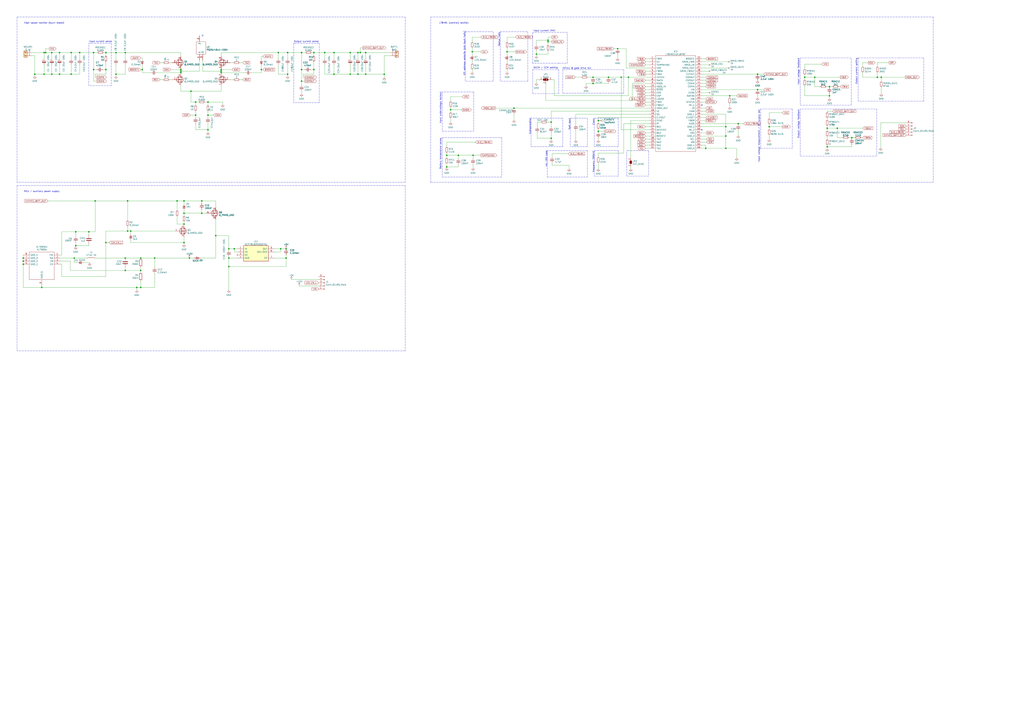
<source format=kicad_sch>
(kicad_sch (version 20210406) (generator eeschema)
  (paper "A1")
  (junction (at 19.05 212.09) (diameter 1.016))
  (junction (at 19.05 214.63) (diameter 1.016))
  (junction (at 19.05 217.17) (diameter 1.016))
  (junction (at 28.575 60.96) (diameter 1.016))
  (junction (at 34.29 236.22) (diameter 1.016))
  (junction (at 36.195 43.18) (diameter 1.016))
  (junction (at 36.195 60.96) (diameter 1.016))
  (junction (at 37.465 43.18) (diameter 1.016))
  (junction (at 42.545 43.18) (diameter 1.016))
  (junction (at 42.545 60.96) (diameter 1.016))
  (junction (at 48.895 43.18) (diameter 1.016))
  (junction (at 48.895 60.96) (diameter 1.016))
  (junction (at 58.42 43.18) (diameter 1.016))
  (junction (at 58.42 60.96) (diameter 1.016))
  (junction (at 60.96 212.09) (diameter 1.016))
  (junction (at 62.23 190.5) (diameter 1.016))
  (junction (at 62.23 201.93) (diameter 1.016))
  (junction (at 65.405 43.18) (diameter 1.016))
  (junction (at 73.025 190.5) (diameter 1.016))
  (junction (at 76.835 43.18) (diameter 1.016))
  (junction (at 76.835 57.15) (diameter 1.016))
  (junction (at 78.105 165.1) (diameter 1.016))
  (junction (at 86.995 43.18) (diameter 1.016))
  (junction (at 86.995 57.15) (diameter 1.016))
  (junction (at 86.995 199.39) (diameter 1.016))
  (junction (at 95.25 43.18) (diameter 1.016))
  (junction (at 95.25 60.96) (diameter 1.016))
  (junction (at 102.87 43.18) (diameter 1.016))
  (junction (at 102.87 212.09) (diameter 1.016))
  (junction (at 102.87 222.25) (diameter 1.016))
  (junction (at 104.775 165.1) (diameter 1.016))
  (junction (at 104.775 189.865) (diameter 1.016))
  (junction (at 107.315 189.865) (diameter 1.016))
  (junction (at 112.395 236.22) (diameter 1.016))
  (junction (at 115.57 212.09) (diameter 1.016))
  (junction (at 115.57 222.25) (diameter 1.016))
  (junction (at 115.57 236.22) (diameter 1.016))
  (junction (at 116.84 57.15) (diameter 1.016))
  (junction (at 127 212.09) (diameter 1.016))
  (junction (at 145.415 165.1) (diameter 1.016))
  (junction (at 148.59 57.15) (diameter 1.016))
  (junction (at 148.59 58.42) (diameter 1.016))
  (junction (at 148.59 59.69) (diameter 1.016))
  (junction (at 151.13 165.1) (diameter 1.016))
  (junction (at 151.13 175.26) (diameter 1.016))
  (junction (at 151.13 184.15) (diameter 1.016))
  (junction (at 151.13 199.39) (diameter 1.016))
  (junction (at 155.575 212.09) (diameter 1.016))
  (junction (at 156.845 74.93) (diameter 1.016))
  (junction (at 160.655 83.82) (diameter 1.016))
  (junction (at 160.655 94.615) (diameter 1.016))
  (junction (at 165.735 165.1) (diameter 1.016))
  (junction (at 165.735 175.26) (diameter 1.016))
  (junction (at 170.815 83.82) (diameter 1.016))
  (junction (at 170.815 94.615) (diameter 1.016))
  (junction (at 170.815 106.68) (diameter 1.016))
  (junction (at 177.165 193.675) (diameter 1.016))
  (junction (at 181.61 57.15) (diameter 1.016))
  (junction (at 181.61 58.42) (diameter 1.016))
  (junction (at 181.61 59.69) (diameter 1.016))
  (junction (at 187.96 204.47) (diameter 1.016))
  (junction (at 187.96 212.09) (diameter 1.016))
  (junction (at 187.96 219.075) (diameter 1.016))
  (junction (at 192.405 204.47) (diameter 1.016))
  (junction (at 214.63 57.15) (diameter 1.016))
  (junction (at 228.6 43.18) (diameter 1.016))
  (junction (at 230.505 204.47) (diameter 1.016))
  (junction (at 234.95 204.47) (diameter 1.016))
  (junction (at 234.95 212.09) (diameter 1.016))
  (junction (at 236.22 43.18) (diameter 1.016))
  (junction (at 236.22 60.96) (diameter 1.016))
  (junction (at 247.65 43.18) (diameter 1.016))
  (junction (at 247.65 57.15) (diameter 1.016))
  (junction (at 247.65 66.675) (diameter 1.016))
  (junction (at 257.81 43.18) (diameter 1.016))
  (junction (at 257.81 57.15) (diameter 1.016))
  (junction (at 266.7 43.18) (diameter 1.016))
  (junction (at 274.32 43.18) (diameter 1.016))
  (junction (at 274.32 60.96) (diameter 1.016))
  (junction (at 287.655 43.18) (diameter 1.016))
  (junction (at 287.655 60.96) (diameter 1.016))
  (junction (at 294.005 43.18) (diameter 1.016))
  (junction (at 294.005 60.96) (diameter 1.016))
  (junction (at 295.91 43.18) (diameter 1.016))
  (junction (at 300.355 43.18) (diameter 1.016))
  (junction (at 300.355 60.96) (diameter 1.016))
  (junction (at 315.595 60.96) (diameter 1.016))
  (junction (at 366.903 127.635) (diameter 1.016))
  (junction (at 366.903 137.16) (diameter 1.016))
  (junction (at 370.078 90.17) (diameter 1.016))
  (junction (at 376.428 127.635) (diameter 1.016))
  (junction (at 387.858 42.545) (diameter 1.016))
  (junction (at 388.493 127.635) (diameter 1.016))
  (junction (at 416.433 42.545) (diameter 1.016))
  (junction (at 422.148 88.9) (diameter 1.016))
  (junction (at 440.563 44.45) (diameter 1.016))
  (junction (at 450.088 33.02) (diameter 1.016))
  (junction (at 450.088 34.29) (diameter 1.016))
  (junction (at 452.628 100.33) (diameter 1.016))
  (junction (at 452.628 113.665) (diameter 1.016))
  (junction (at 487.045 63.5) (diameter 1.016))
  (junction (at 487.045 68.58) (diameter 1.016))
  (junction (at 491.363 99.06) (diameter 1.016))
  (junction (at 491.363 107.95) (diameter 1.016))
  (junction (at 499.745 63.5) (diameter 1.016))
  (junction (at 507.238 40.005) (diameter 1.016))
  (junction (at 510.159 63.5) (diameter 1.016))
  (junction (at 516.128 63.5) (diameter 1.016))
  (junction (at 579.628 121.92) (diameter 1.016))
  (junction (at 596.138 104.14) (diameter 1.016))
  (junction (at 596.138 111.76) (diameter 1.016))
  (junction (at 596.138 121.92) (diameter 1.016))
  (junction (at 599.313 78.74) (diameter 1.016))
  (junction (at 606.298 101.6) (diameter 1.016))
  (junction (at 622.173 60.96) (diameter 1.016))
  (junction (at 622.173 73.66) (diameter 1.016))
  (junction (at 631.698 104.14) (diameter 1.016))
  (junction (at 660.908 63.5) (diameter 1.016))
  (junction (at 669.163 63.5) (diameter 1.016))
  (junction (at 679.323 105.41) (diameter 1.016))
  (junction (at 679.323 120.65) (diameter 1.016))
  (junction (at 681.228 71.12) (diameter 1.016))
  (junction (at 681.228 78.74) (diameter 1.016))
  (junction (at 687.578 105.41) (diameter 1.016))
  (junction (at 699.643 113.03) (diameter 1.016))
  (junction (at 720.598 63.5) (diameter 1.016))
  (junction (at 723.773 63.5) (diameter 1.016))
  (no_connect (at 166.37 29.21))
  (no_connect (at 576.453 86.36))
  (no_connect (at 576.453 106.68))
  (wire (pts (xy 19.05 209.55) (xy 19.05 212.09)))
  (wire (pts (xy 19.05 214.63) (xy 19.05 212.09)))
  (wire (pts (xy 19.05 214.63) (xy 19.05 217.17)))
  (wire (pts (xy 19.05 217.17) (xy 19.05 236.22)))
  (wire (pts (xy 19.05 236.22) (xy 34.29 236.22)))
  (wire (pts (xy 26.035 43.18) (xy 36.195 43.18)))
  (wire (pts (xy 26.035 45.72) (xy 28.575 45.72)))
  (wire (pts (xy 28.575 45.72) (xy 28.575 60.96)))
  (wire (pts (xy 28.575 60.96) (xy 28.575 62.23)))
  (wire (pts (xy 34.29 236.22) (xy 34.29 234.95)))
  (wire (pts (xy 34.29 236.22) (xy 112.395 236.22)))
  (wire (pts (xy 36.195 43.18) (xy 36.195 48.26)))
  (wire (pts (xy 36.195 43.18) (xy 37.465 43.18)))
  (wire (pts (xy 36.195 53.34) (xy 36.195 60.96)))
  (wire (pts (xy 36.195 60.96) (xy 28.575 60.96)))
  (wire (pts (xy 37.465 40.005) (xy 37.465 43.18)))
  (wire (pts (xy 37.465 43.18) (xy 42.545 43.18)))
  (wire (pts (xy 39.37 165.1) (xy 78.105 165.1)))
  (wire (pts (xy 40.64 40.005) (xy 37.465 40.005)))
  (wire (pts (xy 42.545 43.18) (xy 42.545 48.26)))
  (wire (pts (xy 42.545 43.18) (xy 48.895 43.18)))
  (wire (pts (xy 42.545 53.34) (xy 42.545 60.96)))
  (wire (pts (xy 42.545 60.96) (xy 36.195 60.96)))
  (wire (pts (xy 48.895 43.18) (xy 48.895 48.26)))
  (wire (pts (xy 48.895 43.18) (xy 58.42 43.18)))
  (wire (pts (xy 48.895 53.34) (xy 48.895 60.96)))
  (wire (pts (xy 48.895 60.96) (xy 42.545 60.96)))
  (wire (pts (xy 48.895 60.96) (xy 58.42 60.96)))
  (wire (pts (xy 49.53 209.55) (xy 50.8 209.55)))
  (wire (pts (xy 49.53 214.63) (xy 57.785 214.63)))
  (wire (pts (xy 50.8 190.5) (xy 50.8 209.55)))
  (wire (pts (xy 50.8 190.5) (xy 62.23 190.5)))
  (wire (pts (xy 50.8 217.17) (xy 49.53 217.17)))
  (wire (pts (xy 50.8 227.33) (xy 50.8 217.17)))
  (wire (pts (xy 50.8 227.33) (xy 86.995 227.33)))
  (wire (pts (xy 57.785 214.63) (xy 57.785 222.25)))
  (wire (pts (xy 57.785 222.25) (xy 102.87 222.25)))
  (wire (pts (xy 58.42 43.18) (xy 58.42 48.26)))
  (wire (pts (xy 58.42 43.18) (xy 65.405 43.18)))
  (wire (pts (xy 58.42 53.34) (xy 58.42 60.96)))
  (wire (pts (xy 58.42 60.96) (xy 65.405 60.96)))
  (wire (pts (xy 60.96 212.09) (xy 49.53 212.09)))
  (wire (pts (xy 60.96 215.9) (xy 60.96 212.09)))
  (wire (pts (xy 60.96 215.9) (xy 63.5 215.9)))
  (wire (pts (xy 62.23 190.5) (xy 62.23 194.31)))
  (wire (pts (xy 62.23 190.5) (xy 73.025 190.5)))
  (wire (pts (xy 62.23 199.39) (xy 62.23 201.93)))
  (wire (pts (xy 62.23 201.93) (xy 62.23 202.565)))
  (wire (pts (xy 62.23 201.93) (xy 73.025 201.93)))
  (wire (pts (xy 65.405 43.18) (xy 65.405 48.26)))
  (wire (pts (xy 65.405 43.18) (xy 76.835 43.18)))
  (wire (pts (xy 65.405 53.34) (xy 65.405 60.96)))
  (wire (pts (xy 68.58 215.9) (xy 73.66 215.9)))
  (wire (pts (xy 71.12 212.09) (xy 60.96 212.09)))
  (wire (pts (xy 73.025 190.5) (xy 78.105 190.5)))
  (wire (pts (xy 73.025 193.04) (xy 73.025 190.5)))
  (wire (pts (xy 73.025 201.93) (xy 73.025 200.66)))
  (wire (pts (xy 76.835 43.18) (xy 76.835 57.15)))
  (wire (pts (xy 76.835 43.18) (xy 80.01 43.18)))
  (wire (pts (xy 76.835 57.15) (xy 79.375 57.15)))
  (wire (pts (xy 76.835 66.675) (xy 76.835 57.15)))
  (wire (pts (xy 76.835 66.675) (xy 79.375 66.675)))
  (wire (pts (xy 78.105 60.96) (xy 78.105 63.5)))
  (wire (pts (xy 78.105 60.96) (xy 86.995 60.96)))
  (wire (pts (xy 78.105 63.5) (xy 79.375 63.5)))
  (wire (pts (xy 78.105 165.1) (xy 78.105 190.5)))
  (wire (pts (xy 78.105 165.1) (xy 104.775 165.1)))
  (wire (pts (xy 78.74 212.09) (xy 102.87 212.09)))
  (wire (pts (xy 85.09 43.18) (xy 86.995 43.18)))
  (wire (pts (xy 86.995 43.18) (xy 86.995 45.72)))
  (wire (pts (xy 86.995 43.18) (xy 95.25 43.18)))
  (wire (pts (xy 86.995 50.8) (xy 86.995 57.15)))
  (wire (pts (xy 86.995 57.15) (xy 84.455 57.15)))
  (wire (pts (xy 86.995 60.96) (xy 86.995 57.15)))
  (wire (pts (xy 86.995 189.865) (xy 86.995 199.39)))
  (wire (pts (xy 86.995 189.865) (xy 104.775 189.865)))
  (wire (pts (xy 86.995 199.39) (xy 86.995 227.33)))
  (wire (pts (xy 86.995 199.39) (xy 89.535 199.39)))
  (wire (pts (xy 95.25 43.18) (xy 95.25 48.26)))
  (wire (pts (xy 95.25 43.18) (xy 102.87 43.18)))
  (wire (pts (xy 95.25 53.34) (xy 95.25 60.96)))
  (wire (pts (xy 95.25 60.96) (xy 95.25 62.23)))
  (wire (pts (xy 102.87 43.18) (xy 102.87 48.26)))
  (wire (pts (xy 102.87 43.18) (xy 148.59 43.18)))
  (wire (pts (xy 102.87 53.34) (xy 102.87 60.96)))
  (wire (pts (xy 102.87 60.96) (xy 95.25 60.96)))
  (wire (pts (xy 102.87 212.09) (xy 115.57 212.09)))
  (wire (pts (xy 102.87 219.71) (xy 102.87 222.25)))
  (wire (pts (xy 104.775 165.1) (xy 104.775 180.975)))
  (wire (pts (xy 104.775 165.1) (xy 145.415 165.1)))
  (wire (pts (xy 104.775 186.055) (xy 104.775 189.865)))
  (wire (pts (xy 104.775 189.865) (xy 107.315 189.865)))
  (wire (pts (xy 107.315 189.865) (xy 107.315 192.405)))
  (wire (pts (xy 107.315 189.865) (xy 143.51 189.865)))
  (wire (pts (xy 107.315 197.485) (xy 107.315 199.39)))
  (wire (pts (xy 107.315 199.39) (xy 151.13 199.39)))
  (wire (pts (xy 112.395 236.22) (xy 112.395 238.125)))
  (wire (pts (xy 112.395 236.22) (xy 115.57 236.22)))
  (wire (pts (xy 115.57 47.625) (xy 116.84 47.625)))
  (wire (pts (xy 115.57 57.15) (xy 116.84 57.15)))
  (wire (pts (xy 115.57 212.09) (xy 127 212.09)))
  (wire (pts (xy 115.57 219.71) (xy 115.57 222.25)))
  (wire (pts (xy 115.57 222.25) (xy 102.87 222.25)))
  (wire (pts (xy 115.57 222.25) (xy 115.57 223.52)))
  (wire (pts (xy 115.57 231.14) (xy 115.57 236.22)))
  (wire (pts (xy 116.84 47.625) (xy 116.84 48.895)))
  (wire (pts (xy 116.84 53.975) (xy 116.84 57.15)))
  (wire (pts (xy 116.84 57.15) (xy 116.84 59.69)))
  (wire (pts (xy 116.84 59.69) (xy 123.825 59.69)))
  (wire (pts (xy 127 212.09) (xy 127 219.71)))
  (wire (pts (xy 127 212.09) (xy 155.575 212.09)))
  (wire (pts (xy 127 224.79) (xy 127 236.22)))
  (wire (pts (xy 127 236.22) (xy 115.57 236.22)))
  (wire (pts (xy 128.905 59.69) (xy 148.59 59.69)))
  (wire (pts (xy 131.445 51.435) (xy 133.985 51.435)))
  (wire (pts (xy 131.445 65.405) (xy 133.985 65.405)))
  (wire (pts (xy 139.065 51.435) (xy 140.97 51.435)))
  (wire (pts (xy 139.065 65.405) (xy 140.97 65.405)))
  (wire (pts (xy 140.335 57.15) (xy 148.59 57.15)))
  (wire (pts (xy 145.415 165.1) (xy 145.415 172.72)))
  (wire (pts (xy 145.415 165.1) (xy 151.13 165.1)))
  (wire (pts (xy 145.415 177.8) (xy 145.415 184.15)))
  (wire (pts (xy 145.415 184.15) (xy 151.13 184.15)))
  (wire (pts (xy 148.59 43.18) (xy 148.59 46.355)))
  (wire (pts (xy 148.59 56.515) (xy 148.59 57.15)))
  (wire (pts (xy 148.59 57.15) (xy 148.59 58.42)))
  (wire (pts (xy 148.59 58.42) (xy 148.59 59.69)))
  (wire (pts (xy 148.59 58.42) (xy 163.83 58.42)))
  (wire (pts (xy 148.59 59.69) (xy 148.59 60.325)))
  (wire (pts (xy 148.59 70.485) (xy 148.59 74.93)))
  (wire (pts (xy 151.13 165.1) (xy 165.735 165.1)))
  (wire (pts (xy 151.13 167.64) (xy 151.13 165.1)))
  (wire (pts (xy 151.13 172.72) (xy 151.13 175.26)))
  (wire (pts (xy 151.13 175.26) (xy 151.13 177.165)))
  (wire (pts (xy 151.13 175.26) (xy 165.735 175.26)))
  (wire (pts (xy 151.13 182.245) (xy 151.13 184.15)))
  (wire (pts (xy 151.13 184.15) (xy 151.13 184.785)))
  (wire (pts (xy 151.13 194.945) (xy 151.13 199.39)))
  (wire (pts (xy 151.13 199.39) (xy 151.13 200.66)))
  (wire (pts (xy 155.575 212.09) (xy 159.385 212.09)))
  (wire (pts (xy 156.21 94.615) (xy 160.655 94.615)))
  (wire (pts (xy 156.845 74.93) (xy 148.59 74.93)))
  (wire (pts (xy 156.845 74.93) (xy 156.845 83.82)))
  (wire (pts (xy 156.845 83.82) (xy 160.655 83.82)))
  (wire (pts (xy 160.655 83.82) (xy 160.655 86.36)))
  (wire (pts (xy 160.655 83.82) (xy 163.195 83.82)))
  (wire (pts (xy 160.655 91.44) (xy 160.655 94.615)))
  (wire (pts (xy 160.655 94.615) (xy 160.655 96.52)))
  (wire (pts (xy 160.655 101.6) (xy 160.655 106.68)))
  (wire (pts (xy 160.655 106.68) (xy 170.815 106.68)))
  (wire (pts (xy 163.83 49.53) (xy 163.83 58.42)))
  (wire (pts (xy 164.465 212.09) (xy 177.165 212.09)))
  (wire (pts (xy 165.735 165.1) (xy 165.735 167.005)))
  (wire (pts (xy 165.735 165.1) (xy 177.165 165.1)))
  (wire (pts (xy 165.735 172.085) (xy 165.735 175.26)))
  (wire (pts (xy 165.735 175.26) (xy 169.545 175.26)))
  (wire (pts (xy 166.37 49.53) (xy 166.37 58.42)))
  (wire (pts (xy 166.37 58.42) (xy 181.61 58.42)))
  (wire (pts (xy 168.275 83.82) (xy 170.815 83.82)))
  (wire (pts (xy 170.815 83.82) (xy 170.815 86.36)))
  (wire (pts (xy 170.815 83.82) (xy 182.88 83.82)))
  (wire (pts (xy 170.815 91.44) (xy 170.815 94.615)))
  (wire (pts (xy 170.815 94.615) (xy 170.815 96.52)))
  (wire (pts (xy 170.815 94.615) (xy 175.26 94.615)))
  (wire (pts (xy 170.815 101.6) (xy 170.815 106.68)))
  (wire (pts (xy 170.815 106.68) (xy 170.815 108.585)))
  (wire (pts (xy 177.165 165.1) (xy 177.165 170.18)))
  (wire (pts (xy 177.165 180.34) (xy 177.165 193.675)))
  (wire (pts (xy 177.165 193.675) (xy 177.165 212.09)))
  (wire (pts (xy 181.61 43.18) (xy 181.61 46.355)))
  (wire (pts (xy 181.61 43.18) (xy 228.6 43.18)))
  (wire (pts (xy 181.61 57.15) (xy 181.61 56.515)))
  (wire (pts (xy 181.61 57.15) (xy 190.5 57.15)))
  (wire (pts (xy 181.61 58.42) (xy 181.61 57.15)))
  (wire (pts (xy 181.61 58.42) (xy 181.61 59.69)))
  (wire (pts (xy 181.61 59.69) (xy 181.61 60.325)))
  (wire (pts (xy 181.61 59.69) (xy 201.295 59.69)))
  (wire (pts (xy 181.61 70.485) (xy 181.61 74.93)))
  (wire (pts (xy 181.61 74.93) (xy 156.845 74.93)))
  (wire (pts (xy 182.88 83.82) (xy 182.88 85.725)))
  (wire (pts (xy 187.96 193.675) (xy 177.165 193.675)))
  (wire (pts (xy 187.96 204.47) (xy 187.96 193.675)))
  (wire (pts (xy 187.96 204.47) (xy 187.96 205.74)))
  (wire (pts (xy 187.96 204.47) (xy 192.405 204.47)))
  (wire (pts (xy 187.96 210.82) (xy 187.96 212.09)))
  (wire (pts (xy 187.96 212.09) (xy 187.96 219.075)))
  (wire (pts (xy 187.96 212.09) (xy 194.945 212.09)))
  (wire (pts (xy 187.96 219.075) (xy 187.96 238.125)))
  (wire (pts (xy 187.96 219.075) (xy 234.95 219.075)))
  (wire (pts (xy 189.23 51.435) (xy 191.77 51.435)))
  (wire (pts (xy 189.23 65.405) (xy 191.77 65.405)))
  (wire (pts (xy 192.405 204.47) (xy 194.945 204.47)))
  (wire (pts (xy 192.405 207.01) (xy 192.405 204.47)))
  (wire (pts (xy 194.945 207.01) (xy 192.405 207.01)))
  (wire (pts (xy 196.85 51.435) (xy 199.39 51.435)))
  (wire (pts (xy 196.85 65.405) (xy 199.39 65.405)))
  (wire (pts (xy 206.375 59.69) (xy 214.63 59.69)))
  (wire (pts (xy 214.63 46.355) (xy 215.9 46.355)))
  (wire (pts (xy 214.63 48.895) (xy 214.63 46.355)))
  (wire (pts (xy 214.63 53.975) (xy 214.63 57.15)))
  (wire (pts (xy 214.63 57.15) (xy 214.63 59.69)))
  (wire (pts (xy 214.63 57.15) (xy 215.9 57.15)))
  (wire (pts (xy 225.425 204.47) (xy 230.505 204.47)))
  (wire (pts (xy 225.425 207.01) (xy 230.505 207.01)))
  (wire (pts (xy 225.425 212.09) (xy 234.95 212.09)))
  (wire (pts (xy 228.6 43.18) (xy 228.6 48.26)))
  (wire (pts (xy 228.6 43.18) (xy 236.22 43.18)))
  (wire (pts (xy 228.6 53.34) (xy 228.6 60.96)))
  (wire (pts (xy 230.505 204.47) (xy 234.95 204.47)))
  (wire (pts (xy 230.505 207.01) (xy 230.505 204.47)))
  (wire (pts (xy 234.95 212.09) (xy 234.95 209.55)))
  (wire (pts (xy 234.95 219.075) (xy 234.95 212.09)))
  (wire (pts (xy 236.22 43.18) (xy 236.22 48.26)))
  (wire (pts (xy 236.22 43.18) (xy 247.65 43.18)))
  (wire (pts (xy 236.22 53.34) (xy 236.22 60.96)))
  (wire (pts (xy 236.22 60.96) (xy 228.6 60.96)))
  (wire (pts (xy 236.22 60.96) (xy 236.22 62.23)))
  (wire (pts (xy 239.395 229.87) (xy 261.62 229.87)))
  (wire (pts (xy 245.745 234.95) (xy 261.62 234.95)))
  (wire (pts (xy 247.65 43.18) (xy 247.65 57.15)))
  (wire (pts (xy 247.65 43.18) (xy 250.825 43.18)))
  (wire (pts (xy 247.65 57.15) (xy 247.65 66.675)))
  (wire (pts (xy 247.65 57.15) (xy 250.19 57.15)))
  (wire (pts (xy 247.65 66.675) (xy 247.65 69.85)))
  (wire (pts (xy 247.65 66.675) (xy 250.19 66.675)))
  (wire (pts (xy 247.65 74.93) (xy 247.65 76.835)))
  (wire (pts (xy 248.92 60.96) (xy 248.92 63.5)))
  (wire (pts (xy 248.92 60.96) (xy 257.81 60.96)))
  (wire (pts (xy 248.92 63.5) (xy 250.19 63.5)))
  (wire (pts (xy 255.905 43.18) (xy 257.81 43.18)))
  (wire (pts (xy 257.81 43.18) (xy 257.81 45.72)))
  (wire (pts (xy 257.81 43.18) (xy 266.7 43.18)))
  (wire (pts (xy 257.81 50.8) (xy 257.81 57.15)))
  (wire (pts (xy 257.81 57.15) (xy 255.27 57.15)))
  (wire (pts (xy 257.81 60.96) (xy 257.81 57.15)))
  (wire (pts (xy 266.7 43.18) (xy 266.7 48.26)))
  (wire (pts (xy 266.7 43.18) (xy 274.32 43.18)))
  (wire (pts (xy 266.7 53.34) (xy 266.7 60.96)))
  (wire (pts (xy 274.32 43.18) (xy 274.32 48.26)))
  (wire (pts (xy 274.32 43.18) (xy 287.655 43.18)))
  (wire (pts (xy 274.32 53.34) (xy 274.32 60.96)))
  (wire (pts (xy 274.32 60.96) (xy 266.7 60.96)))
  (wire (pts (xy 274.32 60.96) (xy 287.655 60.96)))
  (wire (pts (xy 287.655 43.18) (xy 287.655 48.26)))
  (wire (pts (xy 287.655 43.18) (xy 294.005 43.18)))
  (wire (pts (xy 287.655 53.34) (xy 287.655 60.96)))
  (wire (pts (xy 294.005 43.18) (xy 294.005 48.26)))
  (wire (pts (xy 294.005 43.18) (xy 295.91 43.18)))
  (wire (pts (xy 294.005 53.34) (xy 294.005 60.96)))
  (wire (pts (xy 294.005 60.96) (xy 287.655 60.96)))
  (wire (pts (xy 295.91 39.37) (xy 295.91 43.18)))
  (wire (pts (xy 295.91 43.18) (xy 300.355 43.18)))
  (wire (pts (xy 297.815 39.37) (xy 295.91 39.37)))
  (wire (pts (xy 300.355 43.18) (xy 300.355 48.26)))
  (wire (pts (xy 300.355 43.18) (xy 320.675 43.18)))
  (wire (pts (xy 300.355 53.34) (xy 300.355 60.96)))
  (wire (pts (xy 300.355 60.96) (xy 294.005 60.96)))
  (wire (pts (xy 300.355 60.96) (xy 315.595 60.96)))
  (wire (pts (xy 315.595 45.72) (xy 320.675 45.72)))
  (wire (pts (xy 315.595 60.96) (xy 315.595 45.72)))
  (wire (pts (xy 315.595 60.96) (xy 315.595 63.5)))
  (wire (pts (xy 366.903 116.84) (xy 390.398 116.84)))
  (wire (pts (xy 366.903 120.65) (xy 366.903 116.84)))
  (wire (pts (xy 366.903 125.73) (xy 366.903 127.635)))
  (wire (pts (xy 366.903 127.635) (xy 366.903 129.54)))
  (wire (pts (xy 366.903 127.635) (xy 376.428 127.635)))
  (wire (pts (xy 366.903 134.62) (xy 366.903 137.16)))
  (wire (pts (xy 366.903 137.16) (xy 366.903 137.795)))
  (wire (pts (xy 370.078 79.375) (xy 379.603 79.375)))
  (wire (pts (xy 370.078 83.185) (xy 370.078 79.375)))
  (wire (pts (xy 370.078 88.265) (xy 370.078 90.17)))
  (wire (pts (xy 370.078 90.17) (xy 370.078 92.075)))
  (wire (pts (xy 370.078 90.17) (xy 379.603 90.17)))
  (wire (pts (xy 370.078 97.155) (xy 370.078 100.33)))
  (wire (pts (xy 376.428 127.635) (xy 376.428 130.175)))
  (wire (pts (xy 376.428 127.635) (xy 388.493 127.635)))
  (wire (pts (xy 376.428 135.255) (xy 376.428 137.16)))
  (wire (pts (xy 376.428 137.16) (xy 366.903 137.16)))
  (wire (pts (xy 387.858 30.48) (xy 394.843 30.48)))
  (wire (pts (xy 387.858 34.29) (xy 387.858 30.48)))
  (wire (pts (xy 387.858 39.37) (xy 387.858 42.545)))
  (wire (pts (xy 387.858 42.545) (xy 387.858 45.085)))
  (wire (pts (xy 387.858 42.545) (xy 394.843 42.545)))
  (wire (pts (xy 387.858 50.165) (xy 387.858 52.07)))
  (wire (pts (xy 387.858 57.15) (xy 387.858 59.055)))
  (wire (pts (xy 388.493 127.635) (xy 388.493 130.175)))
  (wire (pts (xy 388.493 127.635) (xy 394.843 127.635)))
  (wire (pts (xy 388.493 135.255) (xy 388.493 137.795)))
  (wire (pts (xy 406.908 88.9) (xy 422.148 88.9)))
  (wire (pts (xy 416.433 30.48) (xy 423.418 30.48)))
  (wire (pts (xy 416.433 34.29) (xy 416.433 30.48)))
  (wire (pts (xy 416.433 39.37) (xy 416.433 42.545)))
  (wire (pts (xy 416.433 42.545) (xy 416.433 45.085)))
  (wire (pts (xy 416.433 42.545) (xy 423.418 42.545)))
  (wire (pts (xy 416.433 50.165) (xy 416.433 52.07)))
  (wire (pts (xy 416.433 57.15) (xy 416.433 59.055)))
  (wire (pts (xy 422.148 88.9) (xy 533.273 88.9)))
  (wire (pts (xy 422.148 93.98) (xy 422.148 98.425)))
  (wire (pts (xy 440.563 33.02) (xy 450.088 33.02)))
  (wire (pts (xy 440.563 36.83) (xy 440.563 33.02)))
  (wire (pts (xy 440.563 41.91) (xy 440.563 44.45)))
  (wire (pts (xy 440.563 44.45) (xy 450.088 44.45)))
  (wire (pts (xy 440.563 45.72) (xy 440.563 44.45)))
  (wire (pts (xy 440.563 65.405) (xy 440.563 67.945)))
  (wire (pts (xy 441.198 100.33) (xy 444.373 100.33)))
  (wire (pts (xy 441.198 104.14) (xy 441.198 100.33)))
  (wire (pts (xy 441.198 109.22) (xy 441.198 113.665)))
  (wire (pts (xy 441.198 113.665) (xy 452.628 113.665)))
  (wire (pts (xy 443.103 65.405) (xy 440.563 65.405)))
  (wire (pts (xy 448.183 82.55) (xy 448.183 69.215)))
  (wire (pts (xy 449.453 100.33) (xy 452.628 100.33)))
  (wire (pts (xy 450.088 30.48) (xy 453.263 30.48)))
  (wire (pts (xy 450.088 33.02) (xy 450.088 30.48)))
  (wire (pts (xy 450.088 33.02) (xy 450.088 34.29)))
  (wire (pts (xy 450.088 34.29) (xy 450.088 36.83)))
  (wire (pts (xy 450.088 34.29) (xy 453.263 34.29)))
  (wire (pts (xy 450.088 44.45) (xy 450.088 41.91)))
  (wire (pts (xy 452.628 91.44) (xy 452.628 100.33)))
  (wire (pts (xy 452.628 91.44) (xy 533.273 91.44)))
  (wire (pts (xy 452.628 100.33) (xy 452.628 104.14)))
  (wire (pts (xy 452.628 109.22) (xy 452.628 113.665)))
  (wire (pts (xy 452.628 113.665) (xy 452.628 114.935)))
  (wire (pts (xy 453.39 126.365) (xy 453.39 128.905)))
  (wire (pts (xy 453.39 126.365) (xy 466.725 126.365)))
  (wire (pts (xy 453.39 133.985) (xy 453.39 135.89)))
  (wire (pts (xy 453.39 135.89) (xy 467.36 135.89)))
  (wire (pts (xy 455.168 65.405) (xy 453.263 65.405)))
  (wire (pts (xy 455.168 78.74) (xy 455.168 65.405)))
  (wire (pts (xy 467.36 135.89) (xy 467.36 138.43)))
  (wire (pts (xy 472.44 63.5) (xy 477.52 63.5)))
  (wire (pts (xy 472.948 93.98) (xy 472.948 102.235)))
  (wire (pts (xy 472.948 93.98) (xy 533.273 93.98)))
  (wire (pts (xy 472.948 107.315) (xy 472.948 114.935)))
  (wire (pts (xy 481.33 68.58) (xy 487.045 68.58)))
  (wire (pts (xy 481.33 70.485) (xy 481.33 68.58)))
  (wire (pts (xy 482.6 63.5) (xy 487.045 63.5)))
  (wire (pts (xy 487.045 63.5) (xy 499.745 63.5)))
  (wire (pts (xy 487.045 68.58) (xy 499.745 68.58)))
  (wire (pts (xy 491.363 96.52) (xy 491.363 99.06)))
  (wire (pts (xy 491.363 96.52) (xy 533.273 96.52)))
  (wire (pts (xy 491.363 99.06) (xy 491.363 100.965)))
  (wire (pts (xy 491.363 106.045) (xy 491.363 107.95)))
  (wire (pts (xy 491.363 107.95) (xy 491.363 108.585)))
  (wire (pts (xy 491.363 107.95) (xy 496.443 107.95)))
  (wire (pts (xy 491.363 113.665) (xy 491.363 114.935)))
  (wire (pts (xy 491.363 125.73) (xy 491.363 128.905)))
  (wire (pts (xy 491.363 133.985) (xy 491.363 138.43)))
  (wire (pts (xy 499.745 63.5) (xy 510.159 63.5)))
  (wire (pts (xy 504.063 40.005) (xy 507.238 40.005)))
  (wire (pts (xy 507.238 40.005) (xy 514.223 40.005)))
  (wire (pts (xy 507.238 45.085) (xy 507.238 47.625)))
  (wire (pts (xy 510.159 63.5) (xy 516.128 63.5)))
  (wire (pts (xy 510.159 106.68) (xy 510.159 63.5)))
  (wire (pts (xy 512.318 101.6) (xy 512.318 125.73)))
  (wire (pts (xy 512.318 125.73) (xy 491.363 125.73)))
  (wire (pts (xy 514.223 40.005) (xy 514.223 55.88)))
  (wire (pts (xy 514.223 55.88) (xy 533.273 55.88)))
  (wire (pts (xy 516.128 63.5) (xy 516.128 78.74)))
  (wire (pts (xy 516.128 63.5) (xy 533.273 63.5)))
  (wire (pts (xy 516.128 78.74) (xy 455.168 78.74)))
  (wire (pts (xy 518.033 99.06) (xy 533.273 99.06)))
  (wire (pts (xy 518.033 129.54) (xy 518.033 99.06)))
  (wire (pts (xy 518.033 137.16) (xy 518.033 138.43)))
  (wire (pts (xy 519.303 68.58) (xy 533.273 68.58)))
  (wire (pts (xy 519.303 82.55) (xy 448.183 82.55)))
  (wire (pts (xy 519.303 82.55) (xy 519.303 68.58)))
  (wire (pts (xy 530.098 48.26) (xy 533.273 48.26)))
  (wire (pts (xy 530.098 50.8) (xy 533.273 50.8)))
  (wire (pts (xy 530.098 53.34) (xy 533.273 53.34)))
  (wire (pts (xy 530.098 58.42) (xy 533.273 58.42)))
  (wire (pts (xy 530.098 60.96) (xy 533.273 60.96)))
  (wire (pts (xy 530.098 66.04) (xy 533.273 66.04)))
  (wire (pts (xy 530.098 71.12) (xy 533.273 71.12)))
  (wire (pts (xy 530.098 73.66) (xy 533.273 73.66)))
  (wire (pts (xy 530.098 76.2) (xy 533.273 76.2)))
  (wire (pts (xy 530.098 78.74) (xy 533.273 78.74)))
  (wire (pts (xy 530.098 81.28) (xy 533.273 81.28)))
  (wire (pts (xy 530.098 83.82) (xy 533.273 83.82)))
  (wire (pts (xy 530.098 86.36) (xy 533.273 86.36)))
  (wire (pts (xy 530.098 104.14) (xy 533.273 104.14)))
  (wire (pts (xy 530.098 109.22) (xy 533.273 109.22)))
  (wire (pts (xy 530.098 111.76) (xy 533.273 111.76)))
  (wire (pts (xy 530.098 114.3) (xy 533.273 114.3)))
  (wire (pts (xy 530.098 116.84) (xy 533.273 116.84)))
  (wire (pts (xy 530.098 119.38) (xy 533.273 119.38)))
  (wire (pts (xy 530.098 121.92) (xy 533.273 121.92)))
  (wire (pts (xy 533.273 101.6) (xy 512.318 101.6)))
  (wire (pts (xy 533.273 106.68) (xy 510.159 106.68)))
  (wire (pts (xy 576.453 48.26) (xy 579.628 48.26)))
  (wire (pts (xy 576.453 50.8) (xy 598.678 50.8)))
  (wire (pts (xy 576.453 53.34) (xy 582.803 53.34)))
  (wire (pts (xy 576.453 55.88) (xy 598.678 55.88)))
  (wire (pts (xy 576.453 58.42) (xy 582.803 58.42)))
  (wire (pts (xy 576.453 60.96) (xy 622.173 60.96)))
  (wire (pts (xy 576.453 63.5) (xy 579.628 63.5)))
  (wire (pts (xy 576.453 66.04) (xy 579.628 66.04)))
  (wire (pts (xy 576.453 68.58) (xy 579.628 68.58)))
  (wire (pts (xy 576.453 71.12) (xy 579.628 71.12)))
  (wire (pts (xy 576.453 73.66) (xy 622.173 73.66)))
  (wire (pts (xy 576.453 76.2) (xy 582.803 76.2)))
  (wire (pts (xy 576.453 78.74) (xy 599.313 78.74)))
  (wire (pts (xy 576.453 81.28) (xy 579.628 81.28)))
  (wire (pts (xy 576.453 83.82) (xy 579.628 83.82)))
  (wire (pts (xy 576.453 88.9) (xy 579.628 88.9)))
  (wire (pts (xy 576.453 91.44) (xy 579.628 91.44)))
  (wire (pts (xy 576.453 93.98) (xy 596.138 93.98)))
  (wire (pts (xy 576.453 96.52) (xy 579.628 96.52)))
  (wire (pts (xy 576.453 99.06) (xy 579.628 99.06)))
  (wire (pts (xy 576.453 101.6) (xy 606.298 101.6)))
  (wire (pts (xy 576.453 104.14) (xy 596.138 104.14)))
  (wire (pts (xy 576.453 109.22) (xy 580.263 109.22)))
  (wire (pts (xy 576.453 111.76) (xy 596.138 111.76)))
  (wire (pts (xy 576.453 114.3) (xy 580.263 114.3)))
  (wire (pts (xy 576.453 116.84) (xy 580.263 116.84)))
  (wire (pts (xy 576.453 119.38) (xy 579.628 119.38)))
  (wire (pts (xy 576.453 121.92) (xy 579.628 121.92)))
  (wire (pts (xy 579.628 119.38) (xy 579.628 121.92)))
  (wire (pts (xy 579.628 121.92) (xy 596.138 121.92)))
  (wire (pts (xy 596.138 93.98) (xy 596.138 104.14)))
  (wire (pts (xy 596.138 104.14) (xy 596.138 111.76)))
  (wire (pts (xy 596.138 111.76) (xy 596.138 121.92)))
  (wire (pts (xy 596.138 121.92) (xy 605.028 121.92)))
  (wire (pts (xy 599.313 78.74) (xy 599.313 80.01)))
  (wire (pts (xy 599.313 78.74) (xy 605.028 78.74)))
  (wire (pts (xy 599.313 85.09) (xy 599.313 87.63)))
  (wire (pts (xy 605.028 121.92) (xy 605.028 129.54)))
  (wire (pts (xy 606.298 101.6) (xy 606.298 102.235)))
  (wire (pts (xy 606.298 107.315) (xy 606.298 111.125)))
  (wire (pts (xy 610.743 101.6) (xy 606.298 101.6)))
  (wire (pts (xy 622.173 60.96) (xy 627.253 60.96)))
  (wire (pts (xy 622.173 73.66) (xy 627.253 73.66)))
  (wire (pts (xy 622.173 78.74) (xy 622.173 80.01)))
  (wire (pts (xy 631.698 92.71) (xy 631.698 97.155)))
  (wire (pts (xy 631.698 102.235) (xy 631.698 104.14)))
  (wire (pts (xy 631.698 104.14) (xy 631.698 106.045)))
  (wire (pts (xy 631.698 104.14) (xy 642.493 104.14)))
  (wire (pts (xy 631.698 111.125) (xy 631.698 114.3)))
  (wire (pts (xy 642.493 92.71) (xy 631.698 92.71)))
  (wire (pts (xy 660.908 52.705) (xy 674.878 52.705)))
  (wire (pts (xy 660.908 56.515) (xy 660.908 52.705)))
  (wire (pts (xy 660.908 61.595) (xy 660.908 63.5)))
  (wire (pts (xy 660.908 63.5) (xy 660.908 65.405)))
  (wire (pts (xy 660.908 63.5) (xy 669.163 63.5)))
  (wire (pts (xy 660.908 70.485) (xy 660.908 78.74)))
  (wire (pts (xy 669.163 63.5) (xy 690.118 63.5)))
  (wire (pts (xy 669.163 71.12) (xy 669.163 63.5)))
  (wire (pts (xy 669.163 71.12) (xy 673.608 71.12)))
  (wire (pts (xy 678.688 71.12) (xy 681.228 71.12)))
  (wire (pts (xy 679.323 91.44) (xy 683.768 91.44)))
  (wire (pts (xy 679.323 92.075) (xy 679.323 91.44)))
  (wire (pts (xy 679.323 97.155) (xy 679.323 98.425)))
  (wire (pts (xy 679.323 103.505) (xy 679.323 105.41)))
  (wire (pts (xy 679.323 105.41) (xy 679.323 107.315)))
  (wire (pts (xy 679.323 105.41) (xy 687.578 105.41)))
  (wire (pts (xy 679.323 112.395) (xy 679.323 114.3)))
  (wire (pts (xy 679.323 119.38) (xy 679.323 120.65)))
  (wire (pts (xy 679.323 120.65) (xy 679.323 121.92)))
  (wire (pts (xy 681.228 71.12) (xy 681.228 71.755)))
  (wire (pts (xy 681.228 71.12) (xy 683.768 71.12)))
  (wire (pts (xy 681.228 76.835) (xy 681.228 78.74)))
  (wire (pts (xy 681.228 78.74) (xy 660.908 78.74)))
  (wire (pts (xy 681.228 78.74) (xy 681.228 80.645)))
  (wire (pts (xy 687.578 105.41) (xy 708.533 105.41)))
  (wire (pts (xy 687.578 113.03) (xy 687.578 105.41)))
  (wire (pts (xy 687.578 113.03) (xy 692.023 113.03)))
  (wire (pts (xy 688.848 71.12) (xy 690.118 71.12)))
  (wire (pts (xy 697.103 113.03) (xy 699.643 113.03)))
  (wire (pts (xy 699.643 113.03) (xy 699.643 113.665)))
  (wire (pts (xy 699.643 113.03) (xy 702.183 113.03)))
  (wire (pts (xy 699.643 118.745) (xy 699.643 120.65)))
  (wire (pts (xy 699.643 120.65) (xy 679.323 120.65)))
  (wire (pts (xy 707.263 113.03) (xy 708.533 113.03)))
  (wire (pts (xy 708.533 51.435) (xy 712.978 51.435)))
  (wire (pts (xy 708.533 54.61) (xy 708.533 51.435)))
  (wire (pts (xy 708.533 63.5) (xy 708.533 59.69)))
  (wire (pts (xy 708.533 63.5) (xy 720.598 63.5)))
  (wire (pts (xy 720.598 51.435) (xy 730.123 51.435)))
  (wire (pts (xy 720.598 54.61) (xy 720.598 51.435)))
  (wire (pts (xy 720.598 59.69) (xy 720.598 63.5)))
  (wire (pts (xy 723.265 100.965) (xy 744.22 100.965)))
  (wire (pts (xy 723.265 121.285) (xy 723.265 100.965)))
  (wire (pts (xy 723.773 63.5) (xy 720.598 63.5)))
  (wire (pts (xy 723.773 63.5) (xy 723.773 66.675)))
  (wire (pts (xy 723.773 63.5) (xy 743.458 63.5)))
  (wire (pts (xy 723.773 71.755) (xy 723.773 76.835)))
  (polyline (pts (xy 13.97 13.97) (xy 13.97 149.86)) (stroke (width 0) (type dash)))
  (polyline (pts (xy 13.97 13.97) (xy 332.74 13.97)) (stroke (width 0) (type dash)))
  (polyline (pts (xy 13.97 152.4) (xy 13.97 288.29)) (stroke (width 0) (type dash)))
  (polyline (pts (xy 13.97 152.4) (xy 332.74 152.4)) (stroke (width 0) (type dash)))
  (polyline (pts (xy 73.025 35.56) (xy 74.93 35.56)) (stroke (width 0) (type dash)))
  (polyline (pts (xy 73.025 70.485) (xy 73.025 35.56)) (stroke (width 0) (type dash)))
  (polyline (pts (xy 74.93 35.56) (xy 91.44 35.56)) (stroke (width 0) (type dash)))
  (polyline (pts (xy 91.44 35.56) (xy 91.44 70.485)) (stroke (width 0) (type dash)))
  (polyline (pts (xy 91.44 70.485) (xy 73.025 70.485)) (stroke (width 0) (type dash)))
  (polyline (pts (xy 241.3 35.56) (xy 241.3 84.455)) (stroke (width 0) (type dash)))
  (polyline (pts (xy 241.3 35.56) (xy 241.935 35.56)) (stroke (width 0) (type dash)))
  (polyline (pts (xy 241.935 35.56) (xy 262.255 35.56)) (stroke (width 0) (type dash)))
  (polyline (pts (xy 262.255 35.56) (xy 262.255 84.455)) (stroke (width 0) (type dash)))
  (polyline (pts (xy 262.255 84.455) (xy 241.3 84.455)) (stroke (width 0) (type dash)))
  (polyline (pts (xy 332.74 13.97) (xy 332.74 149.86)) (stroke (width 0) (type dash)))
  (polyline (pts (xy 332.74 149.86) (xy 13.97 149.86)) (stroke (width 0) (type dash)))
  (polyline (pts (xy 332.74 152.4) (xy 332.74 288.29)) (stroke (width 0) (type dash)))
  (polyline (pts (xy 332.74 288.29) (xy 13.97 288.29)) (stroke (width 0) (type dash)))
  (polyline (pts (xy 353.695 13.97) (xy 766.445 13.97)) (stroke (width 0) (type dash)))
  (polyline (pts (xy 353.695 149.86) (xy 353.695 13.97)) (stroke (width 0) (type dash)))
  (polyline (pts (xy 353.695 149.86) (xy 766.445 149.86)) (stroke (width 0) (type dash)))
  (polyline (pts (xy 363.093 75.565) (xy 363.093 107.95)) (stroke (width 0) (type dash)))
  (polyline (pts (xy 363.093 107.95) (xy 389.128 107.95)) (stroke (width 0) (type dash)))
  (polyline (pts (xy 363.093 113.03) (xy 363.093 145.415)) (stroke (width 0) (type dash)))
  (polyline (pts (xy 363.093 113.03) (xy 411.988 113.03)) (stroke (width 0) (type dash)))
  (polyline (pts (xy 363.093 145.415) (xy 389.128 145.415)) (stroke (width 0) (type dash)))
  (polyline (pts (xy 382.143 26.035) (xy 382.143 66.675)) (stroke (width 0) (type dash)))
  (polyline (pts (xy 382.143 26.035) (xy 405.003 26.035)) (stroke (width 0) (type dash)))
  (polyline (pts (xy 389.128 75.565) (xy 363.093 75.565)) (stroke (width 0) (type dash)))
  (polyline (pts (xy 389.128 75.565) (xy 389.128 107.95)) (stroke (width 0) (type dash)))
  (polyline (pts (xy 405.003 26.035) (xy 405.003 66.675)) (stroke (width 0) (type dash)))
  (polyline (pts (xy 405.003 66.675) (xy 382.143 66.675)) (stroke (width 0) (type dash)))
  (polyline (pts (xy 410.718 26.035) (xy 410.718 66.675)) (stroke (width 0) (type dash)))
  (polyline (pts (xy 410.718 26.035) (xy 433.578 26.035)) (stroke (width 0) (type dash)))
  (polyline (pts (xy 411.988 113.03) (xy 411.988 145.415)) (stroke (width 0) (type dash)))
  (polyline (pts (xy 411.988 145.415) (xy 389.128 145.415)) (stroke (width 0) (type dash)))
  (polyline (pts (xy 433.578 26.035) (xy 433.578 66.675)) (stroke (width 0) (type dash)))
  (polyline (pts (xy 433.578 66.675) (xy 410.718 66.675)) (stroke (width 0) (type dash)))
  (polyline (pts (xy 436.118 97.155) (xy 436.118 120.65)) (stroke (width 0) (type dash)))
  (polyline (pts (xy 436.118 120.65) (xy 462.153 120.65)) (stroke (width 0) (type dash)))
  (polyline (pts (xy 437.388 26.67) (xy 437.388 30.48)) (stroke (width 0.1524) (type dash)))
  (polyline (pts (xy 437.388 52.07) (xy 437.388 29.845)) (stroke (width 0) (type dash)))
  (polyline (pts (xy 437.388 57.15) (xy 458.978 57.15)) (stroke (width 0) (type dash)))
  (polyline (pts (xy 437.388 76.835) (xy 437.388 57.15)) (stroke (width 0) (type dash)))
  (polyline (pts (xy 449.453 123.825) (xy 449.453 145.415)) (stroke (width 0) (type dash)))
  (polyline (pts (xy 449.453 145.415) (xy 482.473 145.415)) (stroke (width 0) (type dash)))
  (polyline (pts (xy 458.978 52.07) (xy 437.388 52.07)) (stroke (width 0) (type dash)))
  (polyline (pts (xy 458.978 52.07) (xy 465.963 52.07)) (stroke (width 0) (type dash)))
  (polyline (pts (xy 458.978 57.15) (xy 458.978 76.835)) (stroke (width 0) (type dash)))
  (polyline (pts (xy 458.978 76.835) (xy 437.388 76.835)) (stroke (width 0) (type dash)))
  (polyline (pts (xy 462.153 57.15) (xy 462.153 76.708)) (stroke (width 0) (type dash)))
  (polyline (pts (xy 462.153 57.15) (xy 512.191 57.15)) (stroke (width 0) (type dash)))
  (polyline (pts (xy 462.153 97.155) (xy 436.118 97.155)) (stroke (width 0) (type dash)))
  (polyline (pts (xy 462.153 120.65) (xy 462.153 97.155)) (stroke (width 0) (type dash)))
  (polyline (pts (xy 465.963 26.67) (xy 437.388 26.67)) (stroke (width 0) (type dash)))
  (polyline (pts (xy 465.963 52.07) (xy 465.963 26.67)) (stroke (width 0) (type dash)))
  (polyline (pts (xy 468.503 97.155) (xy 468.503 120.65)) (stroke (width 0) (type dash)))
  (polyline (pts (xy 468.503 97.155) (xy 482.473 97.155)) (stroke (width 0) (type dash)))
  (polyline (pts (xy 482.473 97.155) (xy 482.473 120.65)) (stroke (width 0) (type dash)))
  (polyline (pts (xy 482.473 120.65) (xy 468.503 120.65)) (stroke (width 0) (type dash)))
  (polyline (pts (xy 482.473 123.825) (xy 449.453 123.825)) (stroke (width 0) (type dash)))
  (polyline (pts (xy 482.473 123.825) (xy 482.473 145.415)) (stroke (width 0) (type dash)))
  (polyline (pts (xy 488.188 97.155) (xy 488.188 120.65)) (stroke (width 0) (type dash)))
  (polyline (pts (xy 488.188 97.155) (xy 507.873 97.155)) (stroke (width 0) (type dash)))
  (polyline (pts (xy 488.188 123.825) (xy 488.188 144.78)) (stroke (width 0) (type dash)))
  (polyline (pts (xy 488.188 123.825) (xy 507.873 123.825)) (stroke (width 0) (type dash)))
  (polyline (pts (xy 507.873 97.155) (xy 507.873 120.65)) (stroke (width 0) (type dash)))
  (polyline (pts (xy 507.873 120.65) (xy 488.188 120.65)) (stroke (width 0) (type dash)))
  (polyline (pts (xy 507.873 123.825) (xy 507.873 144.78)) (stroke (width 0) (type dash)))
  (polyline (pts (xy 507.873 144.78) (xy 488.188 144.78)) (stroke (width 0) (type dash)))
  (polyline (pts (xy 512.191 57.15) (xy 512.191 76.708)) (stroke (width 0) (type dash)))
  (polyline (pts (xy 512.191 76.708) (xy 462.153 76.708)) (stroke (width 0) (type dash)))
  (polyline (pts (xy 514.858 123.825) (xy 515.493 123.825)) (stroke (width 0) (type dash)))
  (polyline (pts (xy 514.858 144.78) (xy 514.858 123.825)) (stroke (width 0.1524) (type dash)))
  (polyline (pts (xy 515.493 123.825) (xy 532.638 123.825)) (stroke (width 0) (type dash)))
  (polyline (pts (xy 532.638 123.825) (xy 532.638 144.78)) (stroke (width 0) (type dash)))
  (polyline (pts (xy 532.638 144.78) (xy 514.858 144.78)) (stroke (width 0) (type dash)))
  (polyline (pts (xy 624.713 89.535) (xy 624.713 121.92)) (stroke (width 0) (type dash)))
  (polyline (pts (xy 624.713 121.92) (xy 650.748 121.92)) (stroke (width 0) (type dash)))
  (polyline (pts (xy 650.748 89.535) (xy 624.713 89.535)) (stroke (width 0) (type dash)))
  (polyline (pts (xy 650.748 89.535) (xy 650.748 121.92)) (stroke (width 0) (type dash)))
  (polyline (pts (xy 657.098 47.625) (xy 657.098 86.36)) (stroke (width 0) (type dash)))
  (polyline (pts (xy 657.098 86.36) (xy 699.008 86.36)) (stroke (width 0) (type dash)))
  (polyline (pts (xy 657.098 89.535) (xy 657.098 128.27)) (stroke (width 0) (type dash)))
  (polyline (pts (xy 657.098 128.27) (xy 699.008 128.27)) (stroke (width 0) (type dash)))
  (polyline (pts (xy 699.008 47.625) (xy 657.098 47.625)) (stroke (width 0) (type dash)))
  (polyline (pts (xy 699.008 86.36) (xy 699.008 47.625)) (stroke (width 0) (type dash)))
  (polyline (pts (xy 699.008 89.535) (xy 657.098 89.535)) (stroke (width 0) (type dash)))
  (polyline (pts (xy 699.008 89.535) (xy 710.438 89.535)) (stroke (width 0) (type dash)))
  (polyline (pts (xy 704.723 47.625) (xy 704.723 83.185)) (stroke (width 0) (type dash)))
  (polyline (pts (xy 704.723 47.625) (xy 738.378 47.625)) (stroke (width 0) (type dash)))
  (polyline (pts (xy 710.438 89.535) (xy 719.963 89.535)) (stroke (width 0) (type dash)))
  (polyline (pts (xy 710.438 128.27) (xy 699.008 128.27)) (stroke (width 0) (type dash)))
  (polyline (pts (xy 719.963 89.535) (xy 719.963 128.27)) (stroke (width 0) (type dash)))
  (polyline (pts (xy 719.963 128.27) (xy 710.438 128.27)) (stroke (width 0) (type dash)))
  (polyline (pts (xy 732.79 83.185) (xy 704.723 83.185)) (stroke (width 0) (type dash)))
  (polyline (pts (xy 738.378 47.625) (xy 758.698 47.625)) (stroke (width 0) (type dash)))
  (polyline (pts (xy 758.698 47.625) (xy 758.698 83.185)) (stroke (width 0) (type dash)))
  (polyline (pts (xy 758.698 83.185) (xy 732.79 83.185)) (stroke (width 0) (type dash)))
  (polyline (pts (xy 766.445 13.97) (xy 766.445 149.86)) (stroke (width 0) (type dash)))
  (text "High-power section (buck-boost)" (at 19.685 19.685 0) (effects (font (size 1.27 1.27)) (justify left bottom)))
  (text "MCU / auxillary power supply" (at 19.685 158.115 0) (effects (font (size 1.27 1.27)) (justify left bottom)))
  (text "Input current sense" (at 73.025 34.925 0) (effects (font (size 1.27 1.27)) (justify left bottom)))
  (text "Output current sense" (at 241.3 34.925 0) (effects (font (size 1.27 1.27)) (justify left bottom)))
  (text "LT8491 (control) section" (at 360.68 19.685 0) (effects (font (size 1.27 1.27)) (justify left bottom)))
  (text "Input undervoltage lockout" (at 362.458 101.6 90) (effects (font (size 1.27 1.27)) (justify left bottom)))
  (text "Battery temperature sense" (at 362.458 139.065 90) (effects (font (size 1.27 1.27)) (justify left bottom)))
  (text "I2C address selectio (alt: fault indic)" (at 382.143 62.23 90) (effects (font (size 1.27 1.27)) (justify left bottom)))
  (text "Status indic" (at 410.718 38.1 90) (effects (font (size 1.27 1.27)) (justify left bottom)))
  (text "Compensation" (at 436.118 110.49 90) (effects (font (size 1.27 1.27)) (justify left bottom)))
  (text "Input current limit" (at 438.023 26.035 0) (effects (font (size 1.27 1.27)) (justify left bottom)))
  (text "DCCM / CCM setting" (at 438.023 56.515 0) (effects (font (size 1.27 1.27)) (justify left bottom)))
  (text "Int. LDO caps" (at 449.453 137.16 90) (effects (font (size 1.27 1.27)) (justify left bottom)))
  (text "INTVcc & gate drive Vcc" (at 461.899 56.896 0) (effects (font (size 1.27 1.27)) (justify left bottom)))
  (text "Soft start" (at 468.503 106.68 90) (effects (font (size 1.27 1.27)) (justify left bottom)))
  (text "Clock" (at 488.188 102.87 90) (effects (font (size 1.27 1.27)) (justify left bottom)))
  (text "frequency 200kHZ" (at 488.188 141.605 90) (effects (font (size 1.27 1.27)) (justify left bottom)))
  (text "Input voltage measurement / DC supply set" (at 624.078 133.35 90) (effects (font (size 1.27 1.27)) (justify left bottom)))
  (text "Input voltage feedback" (at 656.463 69.85 90) (effects (font (size 1.27 1.27)) (justify left bottom)))
  (text "Output voltage feedback" (at 656.463 113.665 90) (effects (font (size 1.27 1.27)) (justify left bottom)))
  (text "Output current setting" (at 704.088 69.215 90) (effects (font (size 1.27 1.27)) (justify left bottom)))
  (global_label "EXTVCC_BATT_OUT" (shape input) (at 39.37 165.1 180) (property "Intersheet References" "${INTERSHEET_REFS}" (effects hide)))
  (global_label "VIN" (shape output) (at 40.64 40.005 0) (property "Intersheet References" "${INTERSHEET_REFS}" (effects hide)))
  (global_label "CSPIN" (shape output) (at 79.375 63.5 0) (property "Intersheet References" "${INTERSHEET_REFS}" (effects hide)))
  (global_label "CSNIN" (shape output) (at 79.375 66.675 0) (property "Intersheet References" "${INTERSHEET_REFS}" (effects hide)))
  (global_label "12V_EN_L" (shape input) (at 89.535 199.39 0) (property "Intersheet References" "${INTERSHEET_REFS}" (effects hide)))
  (global_label "VGATE" (shape input) (at 115.57 47.625 180) (property "Intersheet References" "${INTERSHEET_REFS}" (effects hide)))
  (global_label "BOOST1" (shape input) (at 115.57 57.15 180) (property "Intersheet References" "${INTERSHEET_REFS}" (effects hide)))
  (global_label "TG1" (shape input) (at 131.445 51.435 180) (property "Intersheet References" "${INTERSHEET_REFS}" (effects hide)))
  (global_label "BG1" (shape input) (at 131.445 65.405 180) (property "Intersheet References" "${INTERSHEET_REFS}" (effects hide)))
  (global_label "SW1" (shape input) (at 140.335 57.15 180) (property "Intersheet References" "${INTERSHEET_REFS}" (effects hide)))
  (global_label "CSP" (shape input) (at 156.21 94.615 180) (property "Intersheet References" "${INTERSHEET_REFS}" (effects hide)))
  (global_label "CSN" (shape input) (at 175.26 94.615 0) (property "Intersheet References" "${INTERSHEET_REFS}" (effects hide)))
  (global_label "SW2" (shape input) (at 190.5 57.15 0) (property "Intersheet References" "${INTERSHEET_REFS}" (effects hide)))
  (global_label "TG2" (shape input) (at 199.39 51.435 0) (property "Intersheet References" "${INTERSHEET_REFS}" (effects hide)))
  (global_label "BG2" (shape input) (at 199.39 65.405 0) (property "Intersheet References" "${INTERSHEET_REFS}" (effects hide)))
  (global_label "VGATE" (shape input) (at 215.9 46.355 0) (property "Intersheet References" "${INTERSHEET_REFS}" (effects hide)))
  (global_label "BOOST2" (shape input) (at 215.9 57.15 0) (property "Intersheet References" "${INTERSHEET_REFS}" (effects hide)))
  (global_label "CSNOUT" (shape output) (at 250.19 63.5 0) (property "Intersheet References" "${INTERSHEET_REFS}" (effects hide)))
  (global_label "CSPOUT" (shape output) (at 250.19 66.675 0) (property "Intersheet References" "${INTERSHEET_REFS}" (effects hide)))
  (global_label "12V_EN_L" (shape input) (at 261.62 232.41 180) (property "Intersheet References" "${INTERSHEET_REFS}" (effects hide)))
  (global_label "VIN" (shape input) (at 261.62 237.49 180) (property "Intersheet References" "${INTERSHEET_REFS}" (effects hide)))
  (global_label "EXTVCC_BATT_OUT" (shape output) (at 297.815 39.37 0) (property "Intersheet References" "${INTERSHEET_REFS}" (effects hide)))
  (global_label "VIN" (shape input) (at 379.603 79.375 0) (property "Intersheet References" "${INTERSHEET_REFS}" (effects hide)))
  (global_label "SHDN" (shape output) (at 379.603 90.17 0) (property "Intersheet References" "${INTERSHEET_REFS}" (effects hide)))
  (global_label "3v3_LT8491" (shape input) (at 390.398 116.84 0) (property "Intersheet References" "${INTERSHEET_REFS}" (effects hide)))
  (global_label "3v3_LT8491" (shape input) (at 394.843 30.48 0) (property "Intersheet References" "${INTERSHEET_REFS}" (effects hide)))
  (global_label "CA" (shape bidirectional) (at 394.843 42.545 0) (property "Intersheet References" "${INTERSHEET_REFS}" (effects hide)))
  (global_label "TEMPSENSE" (shape output) (at 394.843 127.635 0) (property "Intersheet References" "${INTERSHEET_REFS}" (effects hide)))
  (global_label "IMON_OUT" (shape output) (at 406.908 88.9 180) (property "Intersheet References" "${INTERSHEET_REFS}" (effects hide)))
  (global_label "3v3_LT8491" (shape input) (at 423.418 30.48 0) (property "Intersheet References" "${INTERSHEET_REFS}" (effects hide)))
  (global_label "STATUS" (shape output) (at 423.418 42.545 0) (property "Intersheet References" "${INTERSHEET_REFS}" (effects hide)))
  (global_label "IIR" (shape output) (at 453.263 30.48 0) (property "Intersheet References" "${INTERSHEET_REFS}" (effects hide)))
  (global_label "IMON_IN" (shape output) (at 453.263 34.29 0) (property "Intersheet References" "${INTERSHEET_REFS}" (effects hide)))
  (global_label "3v3_LT8491" (shape input) (at 466.725 126.365 0) (property "Intersheet References" "${INTERSHEET_REFS}" (effects hide)))
  (global_label "VGATE" (shape input) (at 472.44 63.5 180) (property "Intersheet References" "${INTERSHEET_REFS}" (effects hide)))
  (global_label "CLKDET" (shape output) (at 496.443 107.95 0) (property "Intersheet References" "${INTERSHEET_REFS}" (effects hide)))
  (global_label "3v3_LT8491" (shape input) (at 504.063 40.005 180) (property "Intersheet References" "${INTERSHEET_REFS}" (effects hide)))
  (global_label "FBIR" (shape input) (at 530.098 48.26 180) (property "Intersheet References" "${INTERSHEET_REFS}" (effects hide)))
  (global_label "CA" (shape bidirectional) (at 530.098 50.8 180) (property "Intersheet References" "${INTERSHEET_REFS}" (effects hide)))
  (global_label "TEMPSENSE" (shape input) (at 530.098 53.34 180) (property "Intersheet References" "${INTERSHEET_REFS}" (effects hide)))
  (global_label "FBOW" (shape input) (at 530.098 58.42 180) (property "Intersheet References" "${INTERSHEET_REFS}" (effects hide)))
  (global_label "FBIW" (shape output) (at 530.098 60.96 180) (property "Intersheet References" "${INTERSHEET_REFS}" (effects hide)))
  (global_label "SWENO" (shape input) (at 530.098 66.04 180) (property "Intersheet References" "${INTERSHEET_REFS}" (effects hide)))
  (global_label "IMON_IN" (shape input) (at 530.098 71.12 180) (property "Intersheet References" "${INTERSHEET_REFS}" (effects hide)))
  (global_label "SHDN" (shape input) (at 530.098 73.66 180) (property "Intersheet References" "${INTERSHEET_REFS}" (effects hide)))
  (global_label "CSN" (shape input) (at 530.098 76.2 180) (property "Intersheet References" "${INTERSHEET_REFS}" (effects hide)))
  (global_label "CSP" (shape input) (at 530.098 78.74 180) (property "Intersheet References" "${INTERSHEET_REFS}" (effects hide)))
  (global_label "3v3_LT8491" (shape output) (at 530.098 81.28 180) (property "Intersheet References" "${INTERSHEET_REFS}" (effects hide)))
  (global_label "FBIR" (shape input) (at 530.098 83.82 180) (property "Intersheet References" "${INTERSHEET_REFS}" (effects hide)))
  (global_label "FBOUT" (shape input) (at 530.098 86.36 180) (property "Intersheet References" "${INTERSHEET_REFS}" (effects hide)))
  (global_label "BG1" (shape input) (at 530.098 104.14 180) (property "Intersheet References" "${INTERSHEET_REFS}" (effects hide)))
  (global_label "BG2" (shape input) (at 530.098 109.22 180) (property "Intersheet References" "${INTERSHEET_REFS}" (effects hide)))
  (global_label "BOOST2" (shape input) (at 530.098 111.76 180) (property "Intersheet References" "${INTERSHEET_REFS}" (effects hide)))
  (global_label "TG2" (shape input) (at 530.098 114.3 180) (property "Intersheet References" "${INTERSHEET_REFS}" (effects hide)))
  (global_label "SW2" (shape input) (at 530.098 116.84 180) (property "Intersheet References" "${INTERSHEET_REFS}" (effects hide)))
  (global_label "SW1" (shape input) (at 530.098 119.38 180) (property "Intersheet References" "${INTERSHEET_REFS}" (effects hide)))
  (global_label "TG1" (shape input) (at 530.098 121.92 180) (property "Intersheet References" "${INTERSHEET_REFS}" (effects hide)))
  (global_label "BOOST1" (shape input) (at 579.628 48.26 0) (property "Intersheet References" "${INTERSHEET_REFS}" (effects hide)))
  (global_label "CSNOUT" (shape input) (at 579.628 63.5 0) (property "Intersheet References" "${INTERSHEET_REFS}" (effects hide)))
  (global_label "CSPOUT" (shape input) (at 579.628 66.04 0) (property "Intersheet References" "${INTERSHEET_REFS}" (effects hide)))
  (global_label "CSNIN" (shape input) (at 579.628 68.58 0) (property "Intersheet References" "${INTERSHEET_REFS}" (effects hide)))
  (global_label "CSPIN" (shape input) (at 579.628 71.12 0) (property "Intersheet References" "${INTERSHEET_REFS}" (effects hide)))
  (global_label "IOW" (shape input) (at 579.628 81.28 0) (property "Intersheet References" "${INTERSHEET_REFS}" (effects hide)))
  (global_label "STATUS" (shape output) (at 579.628 83.82 0) (property "Intersheet References" "${INTERSHEET_REFS}" (effects hide)))
  (global_label "IIR" (shape input) (at 579.628 88.9 0) (property "Intersheet References" "${INTERSHEET_REFS}" (effects hide)))
  (global_label "VINR" (shape input) (at 579.628 91.44 0) (property "Intersheet References" "${INTERSHEET_REFS}" (effects hide)))
  (global_label "CLKDET" (shape input) (at 579.628 96.52 0) (property "Intersheet References" "${INTERSHEET_REFS}" (effects hide)))
  (global_label "FBOUT" (shape output) (at 579.628 99.06 0) (property "Intersheet References" "${INTERSHEET_REFS}" (effects hide)))
  (global_label "SDA" (shape output) (at 580.263 109.22 0) (property "Intersheet References" "${INTERSHEET_REFS}" (effects hide)))
  (global_label "SCL" (shape input) (at 580.263 114.3 0) (property "Intersheet References" "${INTERSHEET_REFS}" (effects hide)))
  (global_label "IOR" (shape input) (at 580.263 116.84 0) (property "Intersheet References" "${INTERSHEET_REFS}" (effects hide)))
  (global_label "SWENO" (shape input) (at 605.028 78.74 0) (property "Intersheet References" "${INTERSHEET_REFS}" (effects hide)))
  (global_label "3v3_LT8491" (shape input) (at 610.743 101.6 0) (property "Intersheet References" "${INTERSHEET_REFS}" (effects hide)))
  (global_label "EXTVCC_BATT_OUT" (shape input) (at 627.253 60.96 0) (property "Intersheet References" "${INTERSHEET_REFS}" (effects hide)))
  (global_label "VIN" (shape input) (at 627.253 73.66 0) (property "Intersheet References" "${INTERSHEET_REFS}" (effects hide)))
  (global_label "VIN" (shape input) (at 642.493 92.71 0) (property "Intersheet References" "${INTERSHEET_REFS}" (effects hide)))
  (global_label "VINR" (shape output) (at 642.493 104.14 0) (property "Intersheet References" "${INTERSHEET_REFS}" (effects hide)))
  (global_label "VIN" (shape input) (at 674.878 52.705 0) (property "Intersheet References" "${INTERSHEET_REFS}" (effects hide)))
  (global_label "EXTVCC_BATT_OUT" (shape input) (at 683.768 91.44 0) (property "Intersheet References" "${INTERSHEET_REFS}" (effects hide)))
  (global_label "FBIR" (shape output) (at 690.118 63.5 0) (property "Intersheet References" "${INTERSHEET_REFS}" (effects hide)))
  (global_label "FBIW" (shape input) (at 690.118 71.12 0) (property "Intersheet References" "${INTERSHEET_REFS}" (effects hide)))
  (global_label "FBOUT" (shape input) (at 708.533 105.41 0) (property "Intersheet References" "${INTERSHEET_REFS}" (effects hide)))
  (global_label "FBOW" (shape input) (at 708.533 113.03 0) (property "Intersheet References" "${INTERSHEET_REFS}" (effects hide)))
  (global_label "IOW" (shape output) (at 712.978 51.435 0) (property "Intersheet References" "${INTERSHEET_REFS}" (effects hide)))
  (global_label "IOR" (shape output) (at 730.123 51.435 0) (property "Intersheet References" "${INTERSHEET_REFS}" (effects hide)))
  (global_label "IMON_OUT" (shape output) (at 743.458 63.5 0) (property "Intersheet References" "${INTERSHEET_REFS}" (effects hide)))
  (global_label "SDA" (shape input) (at 744.22 103.505 180) (property "Intersheet References" "${INTERSHEET_REFS}" (effects hide)))
  (global_label "SCL" (shape input) (at 744.22 106.045 180) (property "Intersheet References" "${INTERSHEET_REFS}" (effects hide)))
  (global_label "3v3_LT8491" (shape input) (at 744.22 108.585 180) (property "Intersheet References" "${INTERSHEET_REFS}" (effects hide)))
  (global_label "EXTVCC_BATT_OUT" (shape input) (at 744.22 111.125 180) (property "Intersheet References" "${INTERSHEET_REFS}" (effects hide)))
  (symbol (lib_id "Connector:TestPoint_Small") (at 582.803 53.34 0) (unit 1) (in_bom no)
    (property "Reference" "SRVO_IIN1" (at 583.9461 52.5791 0) (effects (justify left)))
    (property "Value" "TP" (at 583.9461 54.8778 0) (effects (justify left)))
    (property "Footprint" "TestPoint:TestPoint_Pad_D1.0mm" (effects hide))
  )
  (symbol (lib_id "Connector:TestPoint_Small") (at 582.803 58.42 0) (unit 1) (in_bom no)
    (property "Reference" "SRVO_FBOUT1" (at 583.9461 57.6591 0) (effects (justify left)))
    (property "Value" "TP" (at 593.4711 59.9578 0) (effects (justify left)))
    (property "Footprint" "TestPoint:TestPoint_Pad_D1.0mm" (effects hide))
  )
  (symbol (lib_id "Connector:TestPoint_Small") (at 582.803 76.2 0) (unit 1)
    (property "Reference" "ECON1" (at 583.9461 75.4391 0) (effects (justify left)))
    (property "Value" "TP" (at 583.9461 77.7378 0) (effects (justify left)))
    (property "Footprint" "TestPoint:TestPoint_Pad_D1.0mm" (effects hide))
  )
  (symbol (lib_id "Connector:TestPoint_Small") (at 598.678 50.8 0) (unit 1) (in_bom no)
    (property "Reference" "SRVO_FBIN1" (at 599.8211 50.0391 0) (effects (justify left)))
    (property "Value" "TP" (at 599.8211 52.3378 0) (effects (justify left)))
    (property "Footprint" "TestPoint:TestPoint_Pad_D1.0mm" (effects hide))
  )
  (symbol (lib_id "Connector:TestPoint_Small") (at 598.678 55.88 0) (unit 1) (in_bom no)
    (property "Reference" "SRVO_IOUT1" (at 599.8211 55.1191 0) (effects (justify left)))
    (property "Value" "TP" (at 599.8211 57.4178 0) (effects (justify left)))
    (property "Footprint" "TestPoint:TestPoint_Pad_D1.0mm" (effects hide))
  )
  (symbol (lib_id "power:+12V") (at 155.575 212.09 0) (unit 1)
    (property "Reference" "#PWR07" (effects hide))
    (property "Value" "+12V" (at 155.575 208.5426 0))
  )
  (symbol (lib_id "power:+5V") (at 234.95 204.47 0) (unit 1)
    (property "Reference" "#PWR012" (effects hide))
    (property "Value" "+5V" (at 234.95 200.9226 0))
  )
  (symbol (lib_id "power:+5V") (at 239.395 229.87 0) (unit 1)
    (property "Reference" "#PWR014" (effects hide))
    (property "Value" "+5V" (at 239.395 226.3226 0))
  )
  (symbol (lib_id "power:+12V") (at 245.745 234.95 0) (unit 1)
    (property "Reference" "#PWR015" (effects hide))
    (property "Value" "+12V" (at 245.745 231.4026 0))
  )
  (symbol (lib_id "Connector:TestPoint") (at 491.363 99.06 270) (unit 1)
    (property "Reference" "CLKOUT1" (at 496.0621 98.2991 90) (effects (justify left)))
    (property "Value" "TestPoint" (at 496.0621 100.5978 90) (effects (justify left)))
    (property "Footprint" "TestPoint:TestPoint_Pad_D1.0mm" (effects hide))
  )
  (symbol (lib_id "power:GND") (at 28.575 62.23 0) (unit 1)
    (property "Reference" "#PWR01" (effects hide))
    (property "Value" "GND" (at 28.575 66.5544 0))
  )
  (symbol (lib_id "power:GND") (at 62.23 202.565 0) (mirror y) (unit 1)
    (property "Reference" "#PWR02" (effects hide))
    (property "Value" "GND" (at 62.103 206.9592 0))
  )
  (symbol (lib_id "power:GND") (at 73.66 215.9 0) (mirror y) (unit 1)
    (property "Reference" "#PWR03" (effects hide))
    (property "Value" "GND" (at 73.533 220.2942 0))
  )
  (symbol (lib_id "power:GND") (at 95.25 62.23 0) (unit 1)
    (property "Reference" "#PWR04" (effects hide))
    (property "Value" "GND" (at 95.25 66.5544 0))
  )
  (symbol (lib_id "power:GND") (at 112.395 238.125 0) (mirror y) (unit 1)
    (property "Reference" "#PWR05" (effects hide))
    (property "Value" "GND" (at 112.268 242.5192 0))
  )
  (symbol (lib_id "power:GND") (at 151.13 200.66 0) (unit 1)
    (property "Reference" "#PWR06" (effects hide))
    (property "Value" "GND" (at 151.13 204.9844 0))
  )
  (symbol (lib_id "power:GND") (at 170.815 108.585 0) (unit 1)
    (property "Reference" "#PWR08" (effects hide))
    (property "Value" "GND" (at 170.815 112.9094 0))
  )
  (symbol (lib_id "power:GND") (at 182.88 85.725 0) (unit 1)
    (property "Reference" "#PWR09" (effects hide))
    (property "Value" "GND" (at 182.88 90.0494 0))
  )
  (symbol (lib_id "power:GND") (at 187.96 238.125 0) (unit 1)
    (property "Reference" "#PWR010" (effects hide))
    (property "Value" "GND" (at 187.96 242.4494 0))
  )
  (symbol (lib_id "power:GND") (at 236.22 62.23 0) (unit 1)
    (property "Reference" "#PWR011" (effects hide))
    (property "Value" "GND" (at 236.22 66.5544 0))
  )
  (symbol (lib_id "power:GND") (at 247.65 76.835 0) (unit 1)
    (property "Reference" "#PWR013" (effects hide))
    (property "Value" "GND" (at 247.65 81.1594 0))
  )
  (symbol (lib_id "power:GND") (at 315.595 63.5 0) (unit 1)
    (property "Reference" "#PWR016" (effects hide))
    (property "Value" "GND" (at 315.595 67.8244 0))
  )
  (symbol (lib_id "power:GND") (at 366.903 137.795 0) (unit 1)
    (property "Reference" "#PWR017" (effects hide))
    (property "Value" "GND" (at 366.903 142.1194 0))
  )
  (symbol (lib_id "power:GND") (at 370.078 100.33 0) (unit 1)
    (property "Reference" "#PWR018" (effects hide))
    (property "Value" "GND" (at 370.078 104.6544 0))
  )
  (symbol (lib_id "power:GND") (at 387.858 59.055 0) (unit 1)
    (property "Reference" "#PWR019" (effects hide))
    (property "Value" "GND" (at 387.858 63.3794 0))
  )
  (symbol (lib_id "power:GND") (at 388.493 137.795 0) (unit 1)
    (property "Reference" "#PWR020" (effects hide))
    (property "Value" "GND" (at 388.493 142.1194 0))
  )
  (symbol (lib_id "power:GND") (at 416.433 59.055 0) (unit 1)
    (property "Reference" "#PWR021" (effects hide))
    (property "Value" "GND" (at 416.433 63.3794 0))
  )
  (symbol (lib_id "power:GND") (at 422.148 98.425 0) (unit 1)
    (property "Reference" "#PWR022" (effects hide))
    (property "Value" "GND" (at 422.148 102.7494 0))
  )
  (symbol (lib_id "power:GND") (at 440.563 45.72 0) (unit 1)
    (property "Reference" "#PWR023" (effects hide))
    (property "Value" "GND" (at 440.563 50.0444 0))
  )
  (symbol (lib_id "power:GND") (at 440.563 67.945 0) (unit 1)
    (property "Reference" "#PWR024" (effects hide))
    (property "Value" "GND" (at 440.563 72.2694 0))
  )
  (symbol (lib_id "power:GND") (at 452.628 114.935 0) (unit 1)
    (property "Reference" "#PWR025" (effects hide))
    (property "Value" "GND" (at 452.628 119.2594 0))
  )
  (symbol (lib_id "power:GND") (at 467.36 138.43 0) (unit 1)
    (property "Reference" "#PWR026" (effects hide))
    (property "Value" "GND" (at 467.36 142.7544 0))
  )
  (symbol (lib_id "power:GND") (at 472.948 114.935 0) (unit 1)
    (property "Reference" "#PWR027" (effects hide))
    (property "Value" "GND" (at 472.948 119.2594 0))
  )
  (symbol (lib_id "power:GND") (at 481.33 70.485 0) (unit 1)
    (property "Reference" "#PWR028" (effects hide))
    (property "Value" "GND" (at 481.33 74.8094 0))
  )
  (symbol (lib_id "power:GND") (at 491.363 114.935 0) (unit 1)
    (property "Reference" "#PWR029" (effects hide))
    (property "Value" "GND" (at 491.363 119.2594 0))
  )
  (symbol (lib_id "power:GND") (at 491.363 138.43 0) (unit 1)
    (property "Reference" "#PWR030" (effects hide))
    (property "Value" "GND" (at 491.363 142.7544 0))
  )
  (symbol (lib_id "power:GND") (at 507.238 47.625 0) (unit 1)
    (property "Reference" "#PWR031" (effects hide))
    (property "Value" "GND" (at 507.238 51.9494 0))
  )
  (symbol (lib_id "power:GND") (at 518.033 138.43 0) (unit 1)
    (property "Reference" "#PWR032" (effects hide))
    (property "Value" "GND" (at 518.033 142.7544 0))
  )
  (symbol (lib_id "power:GND") (at 599.313 87.63 0) (unit 1)
    (property "Reference" "#PWR033" (effects hide))
    (property "Value" "GND" (at 599.313 91.9544 0))
  )
  (symbol (lib_id "power:GND") (at 605.028 129.54 0) (unit 1)
    (property "Reference" "#PWR034" (effects hide))
    (property "Value" "GND" (at 605.028 133.8644 0))
  )
  (symbol (lib_id "power:GND") (at 606.298 111.125 0) (unit 1)
    (property "Reference" "#PWR035" (effects hide))
    (property "Value" "GND" (at 606.298 115.4494 0))
  )
  (symbol (lib_id "power:GND") (at 622.173 66.04 0) (unit 1)
    (property "Reference" "#PWR036" (effects hide))
    (property "Value" "GND" (at 622.173 70.3644 0))
  )
  (symbol (lib_id "power:GND") (at 622.173 80.01 0) (unit 1)
    (property "Reference" "#PWR037" (effects hide))
    (property "Value" "GND" (at 622.173 84.3344 0))
  )
  (symbol (lib_id "power:GND") (at 631.698 114.3 0) (unit 1)
    (property "Reference" "#PWR038" (effects hide))
    (property "Value" "GND" (at 631.698 118.6244 0))
  )
  (symbol (lib_id "power:GND") (at 679.323 121.92 0) (unit 1)
    (property "Reference" "#PWR039" (effects hide))
    (property "Value" "GND" (at 679.323 126.2444 0))
  )
  (symbol (lib_id "power:GND") (at 681.228 80.645 0) (unit 1)
    (property "Reference" "#PWR040" (effects hide))
    (property "Value" "GND" (at 681.228 84.9694 0))
  )
  (symbol (lib_id "power:GND") (at 723.265 121.285 0) (unit 1)
    (property "Reference" "#PWR041" (effects hide))
    (property "Value" "GND" (at 723.265 125.6094 0))
  )
  (symbol (lib_id "power:GND") (at 723.773 76.835 0) (unit 1)
    (property "Reference" "#PWR042" (effects hide))
    (property "Value" "GND" (at 723.773 81.1594 0))
  )
  (symbol (lib_id "Device:L") (at 74.93 212.09 270) (mirror x) (unit 1)
    (property "Reference" "L1" (at 74.93 207.264 90))
    (property "Value" "47uH 1A" (at 74.93 209.5754 90))
    (property "Footprint" "Inductor_SMD:L_7.3x7.3_H4.5" (effects hide))
  )
  (symbol (lib_id "Device:R_Small") (at 82.55 43.18 90) (unit 1)
    (property "Reference" "RSENSE1" (at 82.55 39.0102 90))
    (property "Value" "0.005" (at 82.55 41.3089 90))
    (property "Footprint" "Resistor_SMD:R_2512_6332Metric" (effects hide))
    (property "LCSC Part Number" "C457120" (effects hide))
  )
  (symbol (lib_id "Device:R_Small") (at 86.995 48.26 0) (unit 1)
    (property "Reference" "R1" (at 82.7787 46.8641 0) (effects (justify left)))
    (property "Value" "10" (at 82.7787 49.1628 0) (effects (justify left)))
    (property "Footprint" "Resistor_SMD:R_0603_1608Metric" (effects hide))
    (property "LCSC Part Number" "C384297" (effects hide))
  )
  (symbol (lib_id "Device:R_Small") (at 104.775 183.515 0) (unit 1)
    (property "Reference" "R2" (at 106.2737 182.7541 0) (effects (justify left)))
    (property "Value" "R_Small" (at 106.2737 185.0528 0) (effects (justify left)))
    (property "Footprint" "Resistor_SMD:R_0603_1608Metric" (effects hide))
  )
  (symbol (lib_id "Device:R_Small") (at 136.525 51.435 90) (unit 1)
    (property "Reference" "R5" (at 135.7641 49.9363 0) (effects (justify left)))
    (property "Value" "2" (at 138.0628 49.9363 0) (effects (justify left)))
    (property "Footprint" "Resistor_SMD:R_0603_1608Metric" (effects hide))
    (property "LCSC Part Number" "C286596" (effects hide))
  )
  (symbol (lib_id "Device:R_Small") (at 136.525 65.405 90) (unit 1)
    (property "Reference" "R6" (at 135.7641 63.9063 0) (effects (justify left)))
    (property "Value" "2" (at 138.0628 63.9063 0) (effects (justify left)))
    (property "Footprint" "Resistor_SMD:R_0603_1608Metric" (effects hide))
    (property "LCSC Part Number" "C286596" (effects hide))
  )
  (symbol (lib_id "Device:R_Small") (at 145.415 175.26 0) (unit 1)
    (property "Reference" "R7" (at 139.9287 174.4991 0) (effects (justify left)))
    (property "Value" "100k" (at 138.0237 176.7978 0) (effects (justify left)))
    (property "Footprint" "Resistor_SMD:R_0603_1608Metric" (effects hide))
  )
  (symbol (lib_id "Device:R_Small") (at 151.13 179.705 0) (unit 1)
    (property "Reference" "R9" (at 152.6287 178.9441 0) (effects (justify left)))
    (property "Value" "10k" (at 152.6287 181.2428 0) (effects (justify left)))
    (property "Footprint" "Resistor_SMD:R_0603_1608Metric" (effects hide))
  )
  (symbol (lib_id "Device:R_Small") (at 160.655 88.9 0) (unit 1)
    (property "Reference" "R8" (at 156.4387 87.5041 0) (effects (justify left)))
    (property "Value" "10" (at 156.4387 89.8028 0) (effects (justify left)))
    (property "Footprint" "Resistor_SMD:R_0603_1608Metric" (effects hide))
    (property "LCSC Part Number" "C384297" (effects hide))
  )
  (symbol (lib_id "Device:R_Small") (at 165.735 83.82 90) (unit 1)
    (property "Reference" "R10" (at 165.735 79.6502 90))
    (property "Value" "0.005" (at 165.735 81.9489 90))
    (property "Footprint" "Resistor_SMD:R_2512_6332Metric" (effects hide))
    (property "LCSC Part Number" "C457120" (effects hide))
  )
  (symbol (lib_id "Device:R_Small") (at 170.815 88.9 180) (unit 1)
    (property "Reference" "R11" (at 175.0313 90.2959 0) (effects (justify left)))
    (property "Value" "10" (at 175.0313 87.9972 0) (effects (justify left)))
    (property "Footprint" "Resistor_SMD:R_0603_1608Metric" (effects hide))
    (property "LCSC Part Number" "C384297" (effects hide))
  )
  (symbol (lib_id "Device:R_Small") (at 194.31 51.435 90) (unit 1)
    (property "Reference" "R12" (at 194.31 47.2652 90))
    (property "Value" "2" (at 194.31 49.5639 90))
    (property "Footprint" "Resistor_SMD:R_0603_1608Metric" (effects hide))
    (property "LCSC Part Number" "C286596" (effects hide))
  )
  (symbol (lib_id "Device:R_Small") (at 194.31 65.405 270) (unit 1)
    (property "Reference" "R13" (at 194.31 61.2352 90))
    (property "Value" "2" (at 194.31 63.5339 90))
    (property "Footprint" "Resistor_SMD:R_0603_1608Metric" (effects hide))
    (property "LCSC Part Number" "C286596" (effects hide))
  )
  (symbol (lib_id "Device:R_Small") (at 253.365 43.18 90) (unit 1)
    (property "Reference" "RSENSE2" (at 253.365 39.0102 90))
    (property "Value" "0.005" (at 253.365 41.3089 90))
    (property "Footprint" "Resistor_SMD:R_2512_6332Metric" (effects hide))
    (property "LCSC Part Number" "C457120" (effects hide))
  )
  (symbol (lib_id "Device:R_Small") (at 257.81 48.26 0) (unit 1)
    (property "Reference" "R14" (at 253.5937 46.8641 0) (effects (justify left)))
    (property "Value" "10" (at 253.5937 49.1628 0) (effects (justify left)))
    (property "Footprint" "Resistor_SMD:R_0603_1608Metric" (effects hide))
    (property "LCSC Part Number" "C384297" (effects hide))
  )
  (symbol (lib_id "Device:R_Small") (at 366.903 123.19 0) (unit 1)
    (property "Reference" "R15" (at 368.4017 122.4291 0) (effects (justify left)))
    (property "Value" "11k5" (at 368.4017 124.7278 0) (effects (justify left)))
    (property "Footprint" "Resistor_SMD:R_0603_1608Metric" (effects hide))
    (property "LCSC Part Number" "C25949" (effects hide))
  )
  (symbol (lib_id "Device:R_Small") (at 366.903 132.08 0) (unit 1)
    (property "Reference" "NTC1" (at 368.4017 131.3191 0) (effects (justify left)))
    (property "Value" "10k" (at 368.4017 133.6178 0) (effects (justify left)))
    (property "Footprint" "Resistor_SMD:R_0805_2012Metric" (effects hide))
    (property "LCSC Part Number" "C338623" (effects hide))
  )
  (symbol (lib_id "Device:R_Small") (at 370.078 85.725 0) (unit 1)
    (property "Reference" "R16" (at 371.5767 84.9641 0) (effects (justify left)))
    (property "Value" "110k" (at 371.5767 87.2628 0) (effects (justify left)))
    (property "Footprint" "Resistor_SMD:R_0603_1608Metric" (effects hide))
    (property "LCSC Part Number" "C25805" (effects hide))
  )
  (symbol (lib_id "Device:R_Small") (at 370.078 94.615 0) (unit 1)
    (property "Reference" "R17" (at 371.5767 93.8541 0) (effects (justify left)))
    (property "Value" "35k7" (at 371.5767 96.1528 0) (effects (justify left)))
    (property "Footprint" "Resistor_SMD:R_0603_1608Metric" (effects hide))
    (property "LCSC Part Number" "C23027" (effects hide))
  )
  (symbol (lib_id "Device:R_Small") (at 387.858 36.83 0) (unit 1)
    (property "Reference" "R18" (at 389.3567 36.0691 0) (effects (justify left)))
    (property "Value" "3k32" (at 389.3567 38.3678 0) (effects (justify left)))
    (property "Footprint" "Resistor_SMD:R_0603_1608Metric" (effects hide))
    (property "LCSC Part Number" "C321860" (effects hide))
  )
  (symbol (lib_id "Device:R_Small") (at 387.858 54.61 0) (unit 1)
    (property "Reference" "R19" (at 389.3567 53.8491 0) (effects (justify left)))
    (property "Value" "549" (at 389.3567 56.1478 0) (effects (justify left)))
    (property "Footprint" "Resistor_SMD:R_0603_1608Metric" (effects hide))
    (property "LCSC Part Number" "C23079" (effects hide))
  )
  (symbol (lib_id "Device:R_Small") (at 416.433 36.83 0) (unit 1)
    (property "Reference" "R20" (at 417.9317 36.0691 0) (effects (justify left)))
    (property "Value" "1k37" (at 417.9317 38.3678 0) (effects (justify left)))
    (property "Footprint" "Resistor_SMD:R_0603_1608Metric" (effects hide))
    (property "LCSC Part Number" "C22839" (effects hide))
  )
  (symbol (lib_id "Device:R_Small") (at 416.433 54.61 0) (unit 1)
    (property "Reference" "R21" (at 417.9317 53.8491 0) (effects (justify left)))
    (property "Value" "549" (at 417.9317 56.1478 0) (effects (justify left)))
    (property "Footprint" "Resistor_SMD:R_0603_1608Metric" (effects hide))
    (property "LCSC Part Number" "C23079" (effects hide))
  )
  (symbol (lib_id "Device:R_Small") (at 446.913 100.33 90) (unit 1)
    (property "Reference" "R22" (at 443.103 98.7002 90))
    (property "Value" "10k" (at 448.183 98.4589 90))
    (property "Footprint" "Resistor_SMD:R_0603_1608Metric" (effects hide))
    (property "LCSC Part Number" "C25804" (effects hide))
  )
  (symbol (lib_id "Device:R_Small") (at 450.088 39.37 0) (unit 1)
    (property "Reference" "R23" (at 451.5867 38.6091 0) (effects (justify left)))
    (property "Value" "21k" (at 451.5867 40.9078 0) (effects (justify left)))
    (property "Footprint" "Resistor_SMD:R_0603_1608Metric" (effects hide))
    (property "LCSC Part Number" "C22956" (effects hide))
  )
  (symbol (lib_id "Device:R_Small") (at 480.06 63.5 90) (unit 1)
    (property "Reference" "R24" (at 480.06 59.3302 90))
    (property "Value" "4.02" (at 480.06 61.6289 90))
    (property "Footprint" "Resistor_SMD:R_0603_1608Metric" (effects hide))
    (property "LCSC Part Number" "C322168 " (effects hide))
  )
  (symbol (lib_id "Device:R_Small") (at 491.363 103.505 0) (unit 1)
    (property "Reference" "R25" (at 492.8617 102.7441 0) (effects (justify left)))
    (property "Value" "53k6" (at 492.8617 105.0428 0) (effects (justify left)))
    (property "Footprint" "Resistor_SMD:R_0603_1608Metric" (effects hide))
    (property "LCSC Part Number" "C23074" (effects hide))
  )
  (symbol (lib_id "Device:R_Small") (at 491.363 131.445 0) (unit 1)
    (property "Reference" "R26" (at 492.8617 130.6841 0) (effects (justify left)))
    (property "Value" "215k" (at 492.8617 132.9828 0) (effects (justify left)))
    (property "Footprint" "Resistor_SMD:R_0603_1608Metric" (effects hide))
    (property "LCSC Part Number" "C22954" (effects hide))
  )
  (symbol (lib_id "Device:R_Small") (at 599.313 82.55 0) (unit 1)
    (property "Reference" "R27" (at 600.8117 81.7891 0) (effects (justify left)))
    (property "Value" "200k" (at 600.8117 84.0878 0) (effects (justify left)))
    (property "Footprint" "Resistor_SMD:R_0603_1608Metric" (effects hide))
    (property "LCSC Part Number" "C304068" (effects hide))
  )
  (symbol (lib_id "Device:R_Small") (at 631.698 99.695 0) (unit 1)
    (property "Reference" "R28" (at 633.1967 98.9341 0) (effects (justify left)))
    (property "Value" "196k 0.1%" (at 633.1967 101.2328 0) (effects (justify left)))
    (property "Footprint" "Resistor_SMD:R_0603_1608Metric" (effects hide))
    (property "LCSC Part Number" "C705733" (effects hide))
  )
  (symbol (lib_id "Device:R_Small") (at 631.698 108.585 0) (unit 1)
    (property "Reference" "R29" (at 633.1967 107.8241 0) (effects (justify left)))
    (property "Value" "8k06 0.1%" (at 633.1967 110.1228 0) (effects (justify left)))
    (property "Footprint" "Resistor_SMD:R_0603_1608Metric" (effects hide))
    (property "LCSC Part Number" "C304068 " (effects hide))
  )
  (symbol (lib_id "Device:R_Small") (at 660.908 59.055 0) (unit 1)
    (property "Reference" "RFBIN1" (at 662.4067 58.2941 0) (effects (justify left)))
    (property "Value" "100k" (at 662.4067 60.5928 0) (effects (justify left)))
    (property "Footprint" "Resistor_SMD:R_0603_1608Metric" (effects hide))
    (property "LCSC Part Number" "C335088" (effects hide))
  )
  (symbol (lib_id "Device:R_Small") (at 660.908 67.945 0) (unit 1)
    (property "Reference" "RFBIN2" (at 662.4067 67.1841 0) (effects (justify left)))
    (property "Value" "3k6" (at 662.4067 69.4828 0) (effects (justify left)))
    (property "Footprint" "Resistor_SMD:R_0603_1608Metric" (effects hide))
    (property "LCSC Part Number" "C318132" (effects hide))
  )
  (symbol (lib_id "Device:R_Small") (at 676.148 71.12 270) (unit 1)
    (property "Reference" "RDACI1" (at 676.148 66.9502 90))
    (property "Value" "6k2" (at 676.148 69.2489 90))
    (property "Footprint" "Resistor_SMD:R_0603_1608Metric" (effects hide))
    (property "LCSC Part Number" "C319499" (effects hide))
  )
  (symbol (lib_id "Device:R_Small") (at 679.323 94.615 0) (unit 1)
    (property "Reference" "RFBOUT_ADJ1" (at 680.8217 93.8541 0) (effects (justify left)))
    (property "Value" "4k99" (at 680.8217 96.1528 0) (effects (justify left)))
    (property "Footprint" "Resistor_SMD:R_0603_1608Metric" (effects hide))
    (property "LCSC Part Number" "C335079" (effects hide))
  )
  (symbol (lib_id "Device:R_Small") (at 679.323 100.965 0) (unit 1)
    (property "Reference" "RFBOUT1" (at 680.8217 100.2041 0) (effects (justify left)))
    (property "Value" "475k" (at 680.8217 102.5028 0) (effects (font bold) (justify left)))
    (property "Footprint" "Resistor_SMD:R_0603_1608Metric" (effects hide))
    (property "LCSC Part Number" "C503464" (effects hide))
  )
  (symbol (lib_id "Device:R_Small") (at 679.323 109.855 0) (unit 1)
    (property "Reference" "RFBOUT2" (at 680.8217 109.0941 0) (effects (justify left)))
    (property "Value" "10k" (at 680.8217 111.3928 0) (effects (justify left)))
    (property "Footprint" "Resistor_SMD:R_0603_1608Metric" (effects hide))
    (property "LCSC Part Number" "C309083" (effects hide))
  )
  (symbol (lib_id "Device:R_Small") (at 679.323 116.84 0) (unit 1)
    (property "Reference" "RFBOUT_ADJ2" (at 680.8217 116.0791 0) (effects (justify left)))
    (property "Value" "0" (at 680.8217 118.3778 0) (effects (justify left)))
    (property "Footprint" "Resistor_SMD:R_0603_1608Metric" (effects hide))
    (property "LCSC Part Number" "C286596" (effects hide))
  )
  (symbol (lib_id "Device:R_Small") (at 686.308 71.12 270) (unit 1)
    (property "Reference" "RDACI2" (at 686.308 66.9502 90))
    (property "Value" "1k1" (at 686.308 69.2489 90))
    (property "Footprint" "Resistor_SMD:R_0603_1608Metric" (effects hide))
    (property "LCSC Part Number" "C351674" (effects hide))
  )
  (symbol (lib_id "Device:R_Small") (at 694.563 113.03 270) (unit 1)
    (property "Reference" "RDACO1" (at 694.563 108.8602 90))
    (property "Value" "57k6" (at 694.563 111.1589 90))
    (property "Footprint" "Resistor_SMD:R_0603_1608Metric" (effects hide))
    (property "LCSC Part Number" "C243028" (effects hide))
  )
  (symbol (lib_id "Device:R_Small") (at 704.723 113.03 270) (unit 1)
    (property "Reference" "RDACO2" (at 704.723 108.8602 90))
    (property "Value" "11k3" (at 704.723 111.1589 90))
    (property "Footprint" "Resistor_SMD:R_0603_1608Metric" (effects hide))
    (property "LCSC Part Number" "C491110" (effects hide))
  )
  (symbol (lib_id "Device:R_Small") (at 708.533 57.15 0) (unit 1)
    (property "Reference" "RIOR1" (at 710.0317 56.3891 0) (effects (justify left)))
    (property "Value" "32.4k" (at 710.0317 58.6878 0) (effects (justify left)))
    (property "Footprint" "Resistor_SMD:R_0603_1608Metric" (effects hide))
    (property "LCSC Part Number" "C170561" (effects hide))
  )
  (symbol (lib_id "Device:R_Small") (at 720.598 57.15 0) (unit 1)
    (property "Reference" "RIOR2" (at 722.0967 56.3891 0) (effects (justify left)))
    (property "Value" "3k01" (at 722.0967 58.6878 0) (effects (justify left)))
    (property "Footprint" "Resistor_SMD:R_0603_1608Metric" (effects hide))
    (property "LCSC Part Number" "C168308" (effects hide))
  )
  (symbol (lib_id "Device:R_Small") (at 723.773 69.215 0) (unit 1)
    (property "Reference" "RIMON_OUT1" (at 725.2717 68.4541 0) (effects (justify left)))
    (property "Value" "97k6" (at 725.2717 70.7528 0) (effects (justify left)))
    (property "Footprint" "Resistor_SMD:R_0603_1608Metric" (effects hide))
    (property "LCSC Part Number" "C23269" (effects hide))
  )
  (symbol (lib_id "Device:D_Small") (at 66.04 215.9 0) (unit 1)
    (property "Reference" "D1" (at 62.865 213.9908 0))
    (property "Value" "S210" (at 67.31 213.7495 0))
    (property "Footprint" "Diode_SMD:D_SOD-123" (effects hide))
  )
  (symbol (lib_id "Device:D_Zener_Small") (at 107.315 194.945 270) (unit 1)
    (property "Reference" "D3" (at 109.0931 194.1841 90) (effects (justify left)))
    (property "Value" "3v3" (at 109.0931 196.4828 90) (effects (justify left)))
    (property "Footprint" "Diode_SMD:D_SOD-123" (effects hide))
  )
  (symbol (lib_id "Device:D_Small") (at 116.84 51.435 90) (unit 1)
    (property "Reference" "D2" (at 112.9031 50.6741 90) (effects (justify right)))
    (property "Value" "D_Small" (at 107.8231 52.9728 90) (effects (justify right)))
    (property "Footprint" "Diode_SMD:D_SOD-123" (effects hide))
    (property "LCSC Part Number" "C258207" (effects hide))
  )
  (symbol (lib_id "Device:D_Zener_Small") (at 151.13 170.18 270) (unit 1)
    (property "Reference" "D4" (at 152.9081 167.5141 90) (effects (justify left)))
    (property "Value" "10v" (at 152.9081 169.8128 90) (effects (justify left)))
    (property "Footprint" "Diode_SMD:D_SOD-123" (effects hide))
  )
  (symbol (lib_id "Device:D_Small") (at 161.925 212.09 180) (unit 1)
    (property "Reference" "D5" (at 165.1 213.9992 0))
    (property "Value" "S210" (at 160.655 214.2405 0))
    (property "Footprint" "Diode_SMD:D_SOD-123" (effects hide))
  )
  (symbol (lib_id "Device:D_Small") (at 214.63 51.435 90) (unit 1)
    (property "Reference" "D6" (at 216.4081 50.6741 90) (effects (justify right)))
    (property "Value" "D_Small" (at 216.4081 52.9728 90) (effects (justify right)))
    (property "Footprint" "Diode_SMD:D_SOD-123" (effects hide))
    (property "LCSC Part Number" "C258207" (effects hide))
  )
  (symbol (lib_id "Jumper:SolderJumper_2_Bridged") (at 518.033 133.35 90) (unit 1) (in_bom no)
    (property "Reference" "JP2" (at 519.6841 132.5891 90) (effects (justify right)))
    (property "Value" "EXT_SYNC" (at 519.6841 134.8878 90) (effects (justify right)))
    (property "Footprint" "Jumper:SolderJumper-2_P1.3mm_Bridged_RoundedPad1.0x1.5mm" (effects hide))
  )
  (symbol (lib_id "Device:LED_Small") (at 387.858 47.625 90) (unit 1)
    (property "Reference" "D7" (at 389.6361 46.8641 90) (effects (justify right)))
    (property "Value" "LED_Small" (at 389.6361 49.1628 90) (effects (justify right)))
    (property "Footprint" "Diode_SMD:D_0805_2012Metric" (effects hide))
    (property "LCSC Part Number" "C72037" (effects hide))
  )
  (symbol (lib_id "Device:LED_Small") (at 416.433 47.625 90) (unit 1)
    (property "Reference" "D8" (at 418.2111 46.8641 90) (effects (justify right)))
    (property "Value" "LED_Small" (at 418.2111 49.1628 90) (effects (justify right)))
    (property "Footprint" "Diode_SMD:D_0805_2012Metric" (effects hide))
    (property "LCSC Part Number" "C72037" (effects hide))
  )
  (symbol (lib_id "Device:C_Polarized_Small") (at 36.195 50.8 0) (unit 1)
    (property "Reference" "C1" (at 39.6241 58.9291 90) (effects (justify left)))
    (property "Value" "33uf 100v" (at 39.6241 54.8778 90) (effects (justify left)))
    (property "Footprint" "Capacitor_THT:CP_Radial_D10.0mm_P5.00mm" (effects hide))
    (property "LCSC Part Number" "C407997" (effects hide))
  )
  (symbol (lib_id "Device:C_Polarized_Small") (at 42.545 50.8 0) (unit 1)
    (property "Reference" "C2" (at 45.9741 58.9291 90) (effects (justify left)))
    (property "Value" "33uf 100v" (at 45.9741 54.8778 90) (effects (justify left)))
    (property "Footprint" "Capacitor_THT:CP_Radial_D10.0mm_P5.00mm" (effects hide))
    (property "LCSC Part Number" "C407997" (effects hide))
  )
  (symbol (lib_id "Device:C_Polarized_Small") (at 48.895 50.8 0) (unit 1)
    (property "Reference" "C3" (at 52.3241 58.9291 90) (effects (justify left)))
    (property "Value" "33uf 100v" (at 52.3241 54.8778 90) (effects (justify left)))
    (property "Footprint" "Capacitor_THT:CP_Radial_D10.0mm_P5.00mm" (effects hide))
    (property "LCSC Part Number" "C407997" (effects hide))
  )
  (symbol (lib_id "Device:C_Polarized_Small") (at 287.655 50.8 0) (unit 1)
    (property "Reference" "C25" (at 291.0841 58.9291 90) (effects (justify left)))
    (property "Value" "33uf 100v" (at 291.0841 54.8778 90) (effects (justify left)))
    (property "Footprint" "Capacitor_THT:CP_Radial_D10.0mm_P5.00mm" (effects hide))
    (property "LCSC Part Number" "C407997" (effects hide))
  )
  (symbol (lib_id "Device:C_Polarized_Small") (at 294.005 50.8 0) (unit 1)
    (property "Reference" "C26" (at 297.4341 58.9291 90) (effects (justify left)))
    (property "Value" "33uf 100v" (at 297.4341 54.8778 90) (effects (justify left)))
    (property "Footprint" "Capacitor_THT:CP_Radial_D10.0mm_P5.00mm" (effects hide))
    (property "LCSC Part Number" "C407997" (effects hide))
  )
  (symbol (lib_id "Device:C_Polarized_Small") (at 300.355 50.8 0) (unit 1)
    (property "Reference" "C27" (at 303.7841 58.9291 90) (effects (justify left)))
    (property "Value" "33uf 100v" (at 303.7841 54.8778 90) (effects (justify left)))
    (property "Footprint" "Capacitor_THT:CP_Radial_D10.0mm_P5.00mm" (effects hide))
    (property "LCSC Part Number" "C407997" (effects hide))
  )
  (symbol (lib_id "Device:R") (at 115.57 215.9 0) (mirror y) (unit 1)
    (property "Reference" "R3" (at 113.792 214.7316 0) (effects (justify left)))
    (property "Value" "R30K" (at 113.792 217.043 0) (effects (justify left)))
    (property "Footprint" "Resistor_SMD:R_0603_1608Metric" (effects hide))
  )
  (symbol (lib_id "Device:R") (at 115.57 227.33 0) (mirror y) (unit 1)
    (property "Reference" "R4" (at 113.792 226.1616 0) (effects (justify left)))
    (property "Value" "R3K4" (at 113.792 228.473 0) (effects (justify left)))
    (property "Footprint" "Resistor_SMD:R_0603_1608Metric" (effects hide))
  )
  (symbol (lib_id "Device:C_Small") (at 58.42 50.8 0) (unit 1)
    (property "Reference" "C4" (at 62.0142 58.9291 90) (effects (justify left)))
    (property "Value" "2.2uF 100v" (at 62.0142 56.1478 90) (effects (justify left)))
    (property "Footprint" "Capacitor_SMD:C_1210_3225Metric" (effects hide))
    (property "LCSC Part Number" "C338133" (effects hide))
  )
  (symbol (lib_id "Device:C_Small") (at 62.23 196.85 0) (unit 1)
    (property "Reference" "C6" (at 56.2992 196.0891 0) (effects (justify left)))
    (property "Value" "100nF" (at 53.1242 197.7528 0) (effects (justify left)))
    (property "Footprint" "Capacitor_SMD:C_0603_1608Metric" (effects hide))
    (property "LCSC Part Number" "C696916 " (effects hide))
  )
  (symbol (lib_id "Device:C_Small") (at 65.405 50.8 0) (unit 1)
    (property "Reference" "C5" (at 68.9992 58.9291 90) (effects (justify left)))
    (property "Value" "2.2uF 100v" (at 68.9992 56.1478 90) (effects (justify left)))
    (property "Footprint" "Capacitor_SMD:C_1210_3225Metric" (effects hide))
    (property "LCSC Part Number" "C338133" (effects hide))
  )
  (symbol (lib_id "Device:C_Small") (at 81.915 57.15 90) (unit 1)
    (property "Reference" "C7" (at 80.01 51.5197 90))
    (property "Value" "470nF" (at 81.915 53.8184 90))
    (property "Footprint" "Capacitor_SMD:C_0603_1608Metric" (effects hide))
    (property "LCSC Part Number" "C1623" (effects hide))
  )
  (symbol (lib_id "Device:C_Small") (at 95.25 50.8 0) (unit 1)
    (property "Reference" "C8" (at 95.0342 41.7841 90) (effects (justify left)))
    (property "Value" "2.2uF 100v" (at 95.0342 38.3678 90) (effects (justify left)))
    (property "Footprint" "Capacitor_SMD:C_1210_3225Metric" (effects hide))
    (property "LCSC Part Number" "C338133" (effects hide))
  )
  (symbol (lib_id "Device:C_Small") (at 102.87 50.8 0) (unit 1)
    (property "Reference" "C9" (at 102.6542 41.7841 90) (effects (justify left)))
    (property "Value" "2.2uF 100v" (at 102.6542 38.3678 90) (effects (justify left)))
    (property "Footprint" "Capacitor_SMD:C_1210_3225Metric" (effects hide))
    (property "LCSC Part Number" "C338133" (effects hide))
  )
  (symbol (lib_id "Device:C_Small") (at 126.365 59.69 90) (unit 1)
    (property "Reference" "C11" (at 126.365 54.6947 90))
    (property "Value" "220nF" (at 126.365 56.9934 90))
    (property "Footprint" "Capacitor_SMD:C_0603_1608Metric" (effects hide))
    (property "LCSC Part Number" "C335532 " (effects hide))
  )
  (symbol (lib_id "Device:C_Small") (at 127 222.25 0) (unit 1)
    (property "Reference" "C12" (at 129.3242 221.4891 0) (effects (justify left)))
    (property "Value" "C_Small" (at 129.3242 223.7878 0) (effects (justify left)))
    (property "Footprint" "Capacitor_SMD:C_1210_3225Metric" (effects hide))
  )
  (symbol (lib_id "Device:C_Small") (at 160.655 99.06 0) (unit 1)
    (property "Reference" "C13" (at 163.7453 103.505 90))
    (property "Value" "3.3nF" (at 163.9866 99.06 90))
    (property "Footprint" "Capacitor_SMD:C_0603_1608Metric" (effects hide))
    (property "LCSC Part Number" "C482476" (effects hide))
  )
  (symbol (lib_id "Device:C_Small") (at 165.735 169.545 0) (unit 1)
    (property "Reference" "C15" (at 168.0592 168.7841 0) (effects (justify left)))
    (property "Value" "100nF" (at 168.0592 171.0828 0) (effects (justify left)))
    (property "Footprint" "Capacitor_SMD:C_0603_1608Metric" (effects hide))
  )
  (symbol (lib_id "Device:C_Small") (at 170.815 99.06 0) (unit 1)
    (property "Reference" "C14" (at 173.9053 103.505 90))
    (property "Value" "3.3nF" (at 174.1466 99.06 90))
    (property "Footprint" "Capacitor_SMD:C_0603_1608Metric" (effects hide))
    (property "LCSC Part Number" "C482476" (effects hide))
  )
  (symbol (lib_id "Device:C_Small") (at 187.96 208.28 0) (unit 1)
    (property "Reference" "C16" (at 183.9342 213.2341 90) (effects (justify left)))
    (property "Value" "100nF 150v" (at 183.9342 207.9128 90) (effects (justify left)))
    (property "Footprint" "Capacitor_SMD:C_1206_3216Metric" (effects hide))
  )
  (symbol (lib_id "Device:C_Small") (at 203.835 59.69 90) (unit 1)
    (property "Reference" "C17" (at 203.835 54.6947 90))
    (property "Value" "220nF" (at 203.835 56.9934 90))
    (property "Footprint" "Capacitor_SMD:C_0603_1608Metric" (effects hide))
    (property "LCSC Part Number" "C335532 " (effects hide))
  )
  (symbol (lib_id "Device:C_Small") (at 228.6 50.8 0) (unit 1)
    (property "Reference" "C18" (at 232.1942 58.9291 90) (effects (justify left)))
    (property "Value" "10uF 100v" (at 232.1942 56.1478 90) (effects (justify left)))
    (property "Footprint" "Capacitor_SMD:C_2220_5650Metric" (effects hide))
    (property "LCSC Part Number" "C153035" (effects hide))
  )
  (symbol (lib_id "Device:C_Small") (at 234.95 207.01 0) (unit 1)
    (property "Reference" "C20" (at 237.9092 205.6141 0) (effects (justify left)))
    (property "Value" "C_Small" (at 237.9092 207.9128 0) (effects (justify left)))
    (property "Footprint" "Capacitor_SMD:C_0603_1608Metric" (effects hide))
  )
  (symbol (lib_id "Device:C_Small") (at 236.22 50.8 0) (unit 1)
    (property "Reference" "C19" (at 239.8142 58.9291 90) (effects (justify left)))
    (property "Value" "10uF 100v" (at 239.8142 56.1478 90) (effects (justify left)))
    (property "Footprint" "Capacitor_SMD:C_2220_5650Metric" (effects hide))
    (property "LCSC Part Number" "C153035" (effects hide))
  )
  (symbol (lib_id "Device:C_Small") (at 247.65 72.39 0) (unit 1)
    (property "Reference" "C21" (at 249.9742 71.6291 0) (effects (justify left)))
    (property "Value" "100nF" (at 249.9742 73.9278 0) (effects (justify left)))
    (property "Footprint" "Capacitor_SMD:C_0603_1608Metric" (effects hide))
    (property "LCSC Part Number" "C696916 " (effects hide))
  )
  (symbol (lib_id "Device:C_Small") (at 252.73 57.15 90) (unit 1)
    (property "Reference" "C22" (at 250.825 51.5197 90))
    (property "Value" "470nF" (at 252.73 53.8184 90))
    (property "Footprint" "Capacitor_SMD:C_0603_1608Metric" (effects hide))
    (property "LCSC Part Number" "C1623" (effects hide))
  )
  (symbol (lib_id "Device:C_Small") (at 266.7 50.8 0) (unit 1)
    (property "Reference" "C23" (at 270.2942 60.1991 90) (effects (justify left)))
    (property "Value" "10uF 100v" (at 270.2942 56.1478 90) (effects (justify left)))
    (property "Footprint" "Capacitor_SMD:C_2220_5650Metric" (effects hide))
    (property "LCSC Part Number" "C153035" (effects hide))
  )
  (symbol (lib_id "Device:C_Small") (at 274.32 50.8 0) (unit 1)
    (property "Reference" "C24" (at 277.9142 60.1991 90) (effects (justify left)))
    (property "Value" "10uF 100v" (at 277.9142 56.1478 90) (effects (justify left)))
    (property "Footprint" "Capacitor_SMD:C_2220_5650Metric" (effects hide))
    (property "LCSC Part Number" "C153035" (effects hide))
  )
  (symbol (lib_id "Device:C_Small") (at 376.428 132.715 0) (unit 1)
    (property "Reference" "C28" (at 378.7522 131.9541 0) (effects (justify left)))
    (property "Value" "100nF" (at 378.7522 134.2528 0) (effects (justify left)))
    (property "Footprint" "Capacitor_SMD:C_0603_1608Metric" (effects hide))
    (property "LCSC Part Number" "C696916 " (effects hide))
  )
  (symbol (lib_id "Device:C_Small") (at 388.493 132.715 0) (unit 1)
    (property "Reference" "C29" (at 390.8172 131.9541 0) (effects (justify left)))
    (property "Value" "100nF" (at 390.8172 134.2528 0) (effects (justify left)))
    (property "Footprint" "Capacitor_SMD:C_0603_1608Metric" (effects hide))
    (property "LCSC Part Number" "C696916 " (effects hide))
  )
  (symbol (lib_id "Device:C_Small") (at 422.148 91.44 0) (unit 1)
    (property "Reference" "CIMON_OUT1" (at 409.8672 90.6791 0) (effects (justify left)))
    (property "Value" "10nF" (at 415.5822 92.3428 0) (effects (justify left)))
    (property "Footprint" "Capacitor_SMD:C_0603_1608Metric" (effects hide))
    (property "LCSC Part Number" "C100042" (effects hide))
  )
  (symbol (lib_id "Device:C_Small") (at 440.563 39.37 0) (unit 1)
    (property "Reference" "C30" (at 442.8872 38.6091 0) (effects (justify left)))
    (property "Value" "10nF" (at 442.8872 40.9078 0) (effects (justify left)))
    (property "Footprint" "Capacitor_SMD:C_0603_1608Metric" (effects hide))
    (property "LCSC Part Number" "C100042" (effects hide))
  )
  (symbol (lib_id "Device:C_Small") (at 441.198 106.68 0) (unit 1)
    (property "Reference" "C31" (at 443.5222 105.9191 0) (effects (justify left)))
    (property "Value" "8.2nF" (at 443.5222 108.2178 0) (effects (justify left)))
    (property "Footprint" "Capacitor_SMD:C_0603_1608Metric" (effects hide))
    (property "LCSC Part Number" "C376849" (effects hide))
  )
  (symbol (lib_id "Device:C_Small") (at 452.628 106.68 0) (unit 1)
    (property "Reference" "C32" (at 454.9522 105.9191 0) (effects (justify left)))
    (property "Value" "220pF" (at 454.9522 108.2178 0) (effects (justify left)))
    (property "Footprint" "Capacitor_SMD:C_0603_1608Metric" (effects hide))
    (property "LCSC Part Number" "C376820" (effects hide))
  )
  (symbol (lib_id "Device:C_Small") (at 453.39 131.445 0) (unit 1)
    (property "Reference" "C33" (at 455.7142 130.6841 0) (effects (justify left)))
    (property "Value" "4.7uF" (at 455.7142 132.9828 0) (effects (justify left)))
    (property "Footprint" "Capacitor_SMD:C_0603_1608Metric" (effects hide))
    (property "LCSC Part Number" "C69335 " (effects hide))
  )
  (symbol (lib_id "Device:C_Small") (at 472.948 104.775 0) (unit 1)
    (property "Reference" "C34" (at 475.2722 104.0141 0) (effects (justify left)))
    (property "Value" "100nF" (at 475.2722 106.3128 0) (effects (justify left)))
    (property "Footprint" "Capacitor_SMD:C_0603_1608Metric" (effects hide))
    (property "LCSC Part Number" "C696916 " (effects hide))
  )
  (symbol (lib_id "Device:C_Small") (at 487.045 66.04 0) (unit 1)
    (property "Reference" "C35" (at 489.3692 65.2791 0) (effects (justify left)))
    (property "Value" "4.7uF" (at 489.3692 67.5778 0) (effects (justify left)))
    (property "Footprint" "Capacitor_SMD:C_0603_1608Metric" (effects hide))
    (property "LCSC Part Number" "C69335 " (effects hide))
  )
  (symbol (lib_id "Device:C_Small") (at 491.363 111.125 0) (unit 1)
    (property "Reference" "C36" (at 493.6872 110.3641 0) (effects (justify left)))
    (property "Value" "68nF" (at 493.6872 112.6628 0) (effects (justify left)))
    (property "Footprint" "Capacitor_SMD:C_0603_1608Metric" (effects hide))
    (property "LCSC Part Number" "C237232" (effects hide))
  )
  (symbol (lib_id "Device:C_Small") (at 499.745 66.04 0) (unit 1)
    (property "Reference" "C37" (at 502.0692 65.2791 0) (effects (justify left)))
    (property "Value" "4.7uF" (at 502.0692 67.5778 0) (effects (justify left)))
    (property "Footprint" "Capacitor_SMD:C_0603_1608Metric" (effects hide))
    (property "LCSC Part Number" "C69335 " (effects hide))
  )
  (symbol (lib_id "Device:C_Small") (at 507.238 42.545 0) (unit 1)
    (property "Reference" "C38" (at 501.3072 43.6891 0) (effects (justify left)))
    (property "Value" "100nF" (at 496.2272 45.9878 0) (effects (justify left)))
    (property "Footprint" "Capacitor_SMD:C_0603_1608Metric" (effects hide))
    (property "LCSC Part Number" "C696916 " (effects hide))
  )
  (symbol (lib_id "Device:C_Small") (at 606.298 104.775 0) (unit 1)
    (property "Reference" "C39" (at 600.3672 105.9191 0) (effects (justify left)))
    (property "Value" "100nF" (at 597.1922 108.2178 0) (effects (justify left)))
    (property "Footprint" "Capacitor_SMD:C_0603_1608Metric" (effects hide))
    (property "LCSC Part Number" "C696916 " (effects hide))
  )
  (symbol (lib_id "Device:C_Small") (at 622.173 63.5 0) (unit 1)
    (property "Reference" "C40" (at 624.4972 62.7391 0) (effects (justify left)))
    (property "Value" "2.2uF 100V" (at 624.4972 65.0378 0) (effects (justify left)))
    (property "Footprint" "Capacitor_SMD:C_1210_3225Metric" (effects hide))
    (property "LCSC Part Number" "C338133" (effects hide))
  )
  (symbol (lib_id "Device:C_Small") (at 622.173 76.2 0) (unit 1)
    (property "Reference" "C41" (at 624.4972 75.4391 0) (effects (justify left)))
    (property "Value" "2.2uF 100V" (at 624.4972 77.7378 0) (effects (justify left)))
    (property "Footprint" "Capacitor_SMD:C_1210_3225Metric" (effects hide))
    (property "LCSC Part Number" "C338133" (effects hide))
  )
  (symbol (lib_id "Device:C_Small") (at 681.228 74.295 0) (unit 1)
    (property "Reference" "CDACI1" (at 683.5522 73.5341 0) (effects (justify left)))
    (property "Value" "1uF" (at 683.5522 75.8328 0) (effects (justify left)))
    (property "Footprint" "Capacitor_SMD:C_0603_1608Metric" (effects hide))
    (property "LCSC Part Number" "C5673" (effects hide))
  )
  (symbol (lib_id "Device:C_Small") (at 699.643 116.205 0) (unit 1)
    (property "Reference" "CDACO1" (at 701.9672 115.4441 0) (effects (justify left)))
    (property "Value" "180nF" (at 701.9672 117.7428 0) (effects (justify left)))
    (property "Footprint" "Capacitor_SMD:C_0603_1608Metric" (effects hide))
    (property "LCSC Part Number" "C519442" (effects hide))
  )
  (symbol (lib_id "Connector:Screw_Terminal_01x02") (at 20.955 45.72 180) (unit 1)
    (property "Reference" "SOLAR1" (at 22.987 38.4768 0))
    (property "Value" "S_IN" (at 22.987 40.7755 0))
    (property "Footprint" "Amass_XT60PW-M_footprints:Amass_XT60PW-M_Kombifootprint" (effects hide))
    (property "LCSC Part Number" "C428722" (effects hide))
  )
  (symbol (lib_id "Connector:Screw_Terminal_01x02") (at 325.755 45.72 0) (mirror x) (unit 1)
    (property "Reference" "BATT1" (at 323.723 38.4768 0))
    (property "Value" "Batt" (at 323.723 40.7755 0))
    (property "Footprint" "Amass_XT60PW-M_footprints:Amass_XT60PW-M_Kombifootprint" (effects hide))
    (property "LCSC Part Number" "C98732 " (effects hide))
  )
  (symbol (lib_id "Device:C") (at 73.025 196.85 0) (mirror y) (unit 1)
    (property "Reference" "CIN1" (at 70.104 195.6816 0) (effects (justify left)))
    (property "Value" "1uF" (at 70.104 197.993 0) (effects (justify left)))
    (property "Footprint" "Capacitor_SMD:C_1206_3216Metric" (effects hide))
  )
  (symbol (lib_id "Device:C") (at 102.87 215.9 0) (mirror y) (unit 1)
    (property "Reference" "C10" (at 99.949 214.7316 0) (effects (justify left)))
    (property "Value" "33nF" (at 99.949 217.043 0) (effects (justify left)))
    (property "Footprint" "Capacitor_SMD:C_0603_1608Metric" (effects hide))
  )
  (symbol (lib_id "Jumper:SolderJumper_3_Bridged12") (at 448.183 65.405 0) (unit 1) (in_bom no)
    (property "Reference" "JP1" (at 448.183 61.0828 0))
    (property "Value" "Mode" (at 448.183 63.3815 0))
    (property "Footprint" "Jumper:SolderJumper-3_P1.3mm_Bridged2Bar12_RoundedPad1.0x1.5mm" (effects hide))
  )
  (symbol (lib_id "Connector:Conn_01x05_Male") (at 266.7 232.41 180) (unit 1)
    (property "Reference" "J1" (at 267.4113 231.6491 0) (effects (justify right)))
    (property "Value" "Conn_01x05_Male" (at 267.4113 233.9478 0) (effects (justify right)))
    (property "Footprint" "Connector_PinHeader_2.54mm:PinHeader_1x05_P2.54mm_Vertical" (effects hide))
  )
  (symbol (lib_id "Connector:Conn_01x05_Male") (at 749.3 106.045 180) (unit 1)
    (property "Reference" "J2" (at 750.0113 105.2841 0) (effects (justify right)))
    (property "Value" "Conn_01x05_Male" (at 750.0113 107.5828 0) (effects (justify right)))
    (property "Footprint" "Connector_PinHeader_2.54mm:PinHeader_1x05_P2.54mm_Vertical" (effects hide))
  )
  (symbol (lib_id "Device:Q_NMOS_SGD") (at 146.05 51.435 0) (unit 1)
    (property "Reference" "Q1" (at 151.2571 50.6741 0) (effects (justify left)))
    (property "Value" "Q_NMOS_SGD" (at 151.2571 52.9728 0) (effects (justify left)))
    (property "Footprint" "Package_TO_SOT_SMD:TDSON-8-1-SGD" (effects hide))
    (property "LCSC Part Number" "C148260" (effects hide))
  )
  (symbol (lib_id "Device:Q_NMOS_SGD") (at 146.05 65.405 0) (unit 1)
    (property "Reference" "Q2" (at 151.2571 64.6441 0) (effects (justify left)))
    (property "Value" "Q_NMOS_SGD" (at 151.2571 66.9428 0) (effects (justify left)))
    (property "Footprint" "Package_TO_SOT_SMD:TDSON-8-1-SGD" (effects hide))
    (property "LCSC Part Number" "C148260" (effects hide))
  )
  (symbol (lib_id "Device:Q_NMOS_GSD") (at 148.59 189.865 0) (unit 1)
    (property "Reference" "Q3" (at 153.7971 189.1041 0) (effects (justify left)))
    (property "Value" "Q_NMOS_GSD" (at 153.7971 191.4028 0) (effects (justify left)))
    (property "Footprint" "Package_TO_SOT_SMD:SOT-23" (effects hide))
    (property "LCSC Part Number" "C397175" (effects hide))
  )
  (symbol (lib_id "Device:Q_PMOS_GSD") (at 174.625 175.26 0) (mirror x) (unit 1)
    (property "Reference" "Q6" (at 179.8321 174.4991 0) (effects (justify left)))
    (property "Value" "Q_PMOS_GSD" (at 179.8321 176.7978 0) (effects (justify left)))
    (property "Footprint" "Package_TO_SOT_SMD:SOT-23" (effects hide))
    (property "LCSC Part Number" "C700960" (effects hide))
  )
  (symbol (lib_id "Device:Q_NMOS_SGD") (at 184.15 51.435 0) (mirror y) (unit 1)
    (property "Reference" "Q4" (at 178.943 50.6741 0) (effects (justify left)))
    (property "Value" "Q_NMOS_SGD" (at 178.943 52.9728 0) (effects (justify left)))
    (property "Footprint" "Package_TO_SOT_SMD:TDSON-8-1-SGD" (effects hide))
    (property "LCSC Part Number" "C148260" (effects hide))
  )
  (symbol (lib_id "Device:Q_NMOS_SGD") (at 184.15 65.405 0) (mirror y) (unit 1)
    (property "Reference" "Q5" (at 178.943 64.6441 0) (effects (justify left)))
    (property "Value" "Q_NMOS_SGD" (at 178.943 66.9428 0) (effects (justify left)))
    (property "Footprint" "Package_TO_SOT_SMD:TDSON-8-1-SGD" (effects hide))
    (property "LCSC Part Number" "C148260" (effects hide))
  )
  (symbol (lib_id "PQ2614BLA-150K:PQ2614BLA-150K") (at 163.83 49.53 90) (unit 1)
    (property "Reference" "L2" (at 169.6213 38.6091 90) (effects (justify right)))
    (property "Value" "PQ2614BLA-150K" (at 169.6213 40.9078 90) (effects (justify right)))
    (property "Footprint" "PQ2614BLA100K" (effects hide))
    (property "Datasheet" "https://www.bourns.com/docs/Product-Datasheets/PQ2614.pdf" (effects hide))
    (property "Description" "Fixed Inductors 15uH 10% 30A AEC-Q200 GULL WING" (effects hide))
    (property "Height" "16" (effects hide))
    (property "Manufacturer_Name" "Bourns" (effects hide))
    (property "Manufacturer_Part_Number" "PQ2614BLA-150K" (effects hide))
    (property "Mouser Part Number" "652-PQ2614BLA-150K" (effects hide))
    (property "Mouser Price/Stock" "https://www.mouser.co.uk/ProductDetail/Bourns/PQ2614BLA-150K?qs=1mbolxNpo8d4npHcR4opxQ%3D%3D" (effects hide))
    (property "Arrow Part Number" "PQ2614BLA-150K" (effects hide))
    (property "Arrow Price/Stock" "https://www.arrow.com/en/products/pq2614bla-150k/bourns" (effects hide))
  )
  (symbol (lib_id "NCP781BMN050TAG:NCP781BMN050TAG") (at 194.945 204.47 0) (unit 1)
    (property "Reference" "IC1" (at 210.185 198.5476 0))
    (property "Value" "NCP781BMN050TAG" (at 210.185 200.8463 0))
    (property "Footprint" "KiCad:NCP781BMN050TAG" (effects hide))
    (property "Datasheet" "http://www.onsemi.com/pub/Collateral/NCP781-D.PDF" (effects hide))
    (property "Description" "Linear Voltage Regulator, 150 V, 100 mA" (effects hide))
    (property "Height" "0.9" (effects hide))
    (property "Manufacturer_Name" "ON Semiconductor" (effects hide))
    (property "Manufacturer_Part_Number" "NCP781BMN050TAG" (effects hide))
    (property "Mouser Part Number" "863-NCP781BMN050TAG" (effects hide))
    (property "Mouser Price/Stock" "https://www.mouser.co.uk/ProductDetail/ON-Semiconductor/NCP781BMN050TAG?qs=xhbEVWpZdWdIwQYX0sim8g%3D%3D" (effects hide))
    (property "Arrow Part Number" "NCP781BMN050TAG" (effects hide))
    (property "Arrow Price/Stock" "https://www.arrow.com/en/products/ncp781bmn050tag/on-semiconductor?region=nac" (effects hide))
  )
  (symbol (lib_id "charge-limiter-rescue:XL7005A-xt60-symbols") (at 49.53 209.55 0) (mirror y) (unit 1)
    (property "Reference" "XL7005A1" (at 34.29 202.819 0))
    (property "Value" "XL7005A" (at 34.29 205.1304 0))
    (property "Footprint" "XL7005:SOIC127P600X175-9N" (effects hide))
    (property "Datasheet" "http://www.xlsemi.com/datasheet/XL7005A%20datasheet-Chinese.pdf" (effects hide))
    (property "Description" "DC-DC Converters Step-Down Adjustable 1 5V 80V 1.25V 20V 400mA SOP-8_EP_150mil RoHS" (effects hide))
    (property "Height" "1.75" (effects hide))
    (property "Manufacturer_Name" "XLSEMI" (effects hide))
    (property "Manufacturer_Part_Number" "XL7005A" (effects hide))
    (property "Arrow Part Number" "XL7005A" (effects hide))
    (property "LCSC Part Number" "C50848" (effects hide))
  )
  (symbol (lib_id "LT8491EUKJ#PBF:LT8491EUKJ#PBF") (at 533.273 48.26 0) (unit 1)
    (property "Reference" "IC2" (at 554.863 42.3376 0))
    (property "Value" "LT8491EUKJ#PBF" (at 554.863 44.6363 0))
    (property "Footprint" "footprints:LT8491EUKJ" (effects hide))
    (property "Datasheet" "https://www.analog.com/en/products/lt8491.html" (effects hide))
    (property "Description" "HI V, HI C BUCK-BOOST BAT CH CNT" (effects hide))
    (property "Height" "0.8" (effects hide))
    (property "Manufacturer_Name" "Linear Technology" (effects hide))
    (property "Manufacturer_Part_Number" "LT8491EUKJ#PBF" (effects hide))
    (property "Mouser Part Number" "584-LT8491EUKJ#PBF" (effects hide))
    (property "Mouser Price/Stock" "https://www.mouser.co.uk/ProductDetail/Analog-Devices-Linear-Technology/LT8491EUKJPBF?qs=GBLSl2AkiruXAes16pyDmQ%3D%3D" (effects hide))
    (property "Arrow Part Number" "lt8491iukjpbf" (effects hide))
    (property "LCSC Part Number" "C673860" (effects hide))
  )
)
</source>
